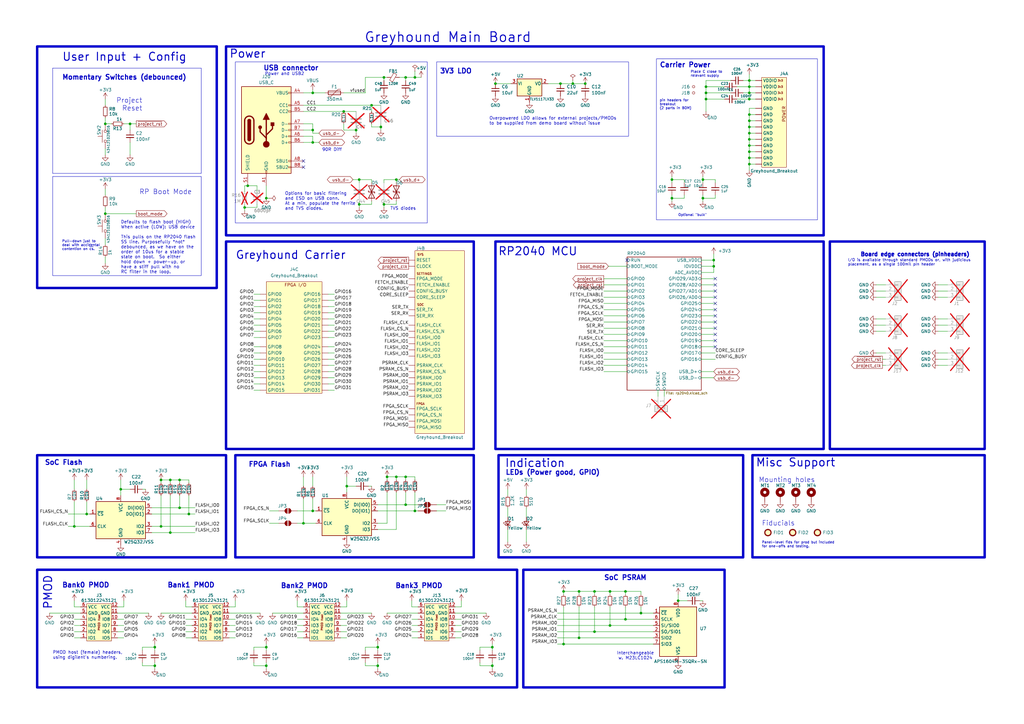
<source format=kicad_sch>
(kicad_sch (version 20250114) (generator "eeschema") (generator_version "9.0")
  (paper "A3")
  (title_block (title "Greyhound Main Board") (date "2025-02-11") (rev "1.0.0") (company "Psychogenic Technologies") (comment 1 "(C) 2025 Pat Deegan") (comment 2 "(C) 2026 Leo Moser"))
  (rectangle (start 96.52 186.69) (end 194.31 228.6) (stroke (width 1)))
  (rectangle (start 204.47 186.69) (end 304.8 228.6) (stroke (width 1)))
  (rectangle (start 214.63 233.68) (end 297.18 281.94) (stroke (width 1)))
  (rectangle (start 308.61 186.69) (end 403.86 228.6) (stroke (width 1)))
  (rectangle (start 15.24 19.05) (end 88.9 118.11) (stroke (width 1)))
  (rectangle (start 15.24 233.68) (end 212.09 281.94) (stroke (width 1)))
  (rectangle (start 203.2 99.06) (end 337.82 184.15) (stroke (width 1)))
  (rectangle (start 21.59 27.94) (end 82.55 71.12))
  (rectangle (start 269.24 24.13) (end 335.28 90.17))
  (rectangle (start 92.71 19.05) (end 337.82 96.52) (stroke (width 1)))
  (rectangle (start 96.52 25.4) (end 175.26 91.44))
  (rectangle (start 15.24 186.69) (end 92.71 228.6) (stroke (width 1)))
  (rectangle (start 340.36 99.06) (end 403.86 184.15) (stroke (width 1)))
  (rectangle (start 179.07 25.4) (end 257.81 55.88))
  (rectangle (start 92.71 99.06) (end 194.31 184.15) (stroke (width 1)))
  (rectangle (start 21.59 72.39) (end 82.55 113.03))
  (text "LEDs (Power good, GPIO)" (at 207.264 195.072 0) (effects (font (size 2 2) (thickness 0.4) (bold yes)) (justify left bottom)))
  (text "Panel-level fids for prod but included\nfor one-offs and testing." (at 312.42 224.79 0) (effects (font (size 1 1)) (justify left bottom)))
  (text "Options for basic filtering \nand ESD on USB conn.\nAt a min, populate the ferrite \nand TVS diodes." (at 116.84 86.36 0) (effects (font (size 1.27 1.27)) (justify left bottom)))
  (text "User Input + Config" (at 25.4 25.4 0) (effects (font (size 3.3 3.3) (thickness 0.4) (bold yes)) (justify left bottom)))
  (text "Bank1 PMOD" (at 68.58 241.3 0) (effects (font (size 2 2) (thickness 0.4) (bold yes)) (justify left bottom)))
  (text "Overpowered LDO allows for external projects/PMODs \nto be supplied from demo board without issue" (at 200.66 51.435 0) (effects (font (size 1.27 1.27)) (justify left bottom)))
  (text "FPGA Flash" (at 101.854 191.77 0) (effects (font (size 2 2) (thickness 0.4) (bold yes)) (justify left bottom)))
  (text "Project\nReset" (at 58.42 45.72 0) (effects (font (size 2 2)) (justify right bottom)))
  (text "USB connector" (at 107.95 29.21 0) (effects (font (size 2 2) (thickness 0.4) (bold yes)) (justify left bottom)))
  (text "Bank0 PMOD" (at 25.4 241.3 0) (effects (font (size 2 2) (thickness 0.4) (bold yes)) (justify left bottom)))
  (text "PMOD" (at 21.59 250.19 90) (effects (font (size 3.3 3.3) (thickness 0.4) (bold yes)) (justify left bottom)))
  (text "Misc Support" (at 309.88 191.77 0) (effects (font (size 3.3 3.3) (thickness 0.4) (bold yes)) (justify left bottom)))
  (text "Momentary Switches (debounced)" (at 25.4 33.02 0) (effects (font (size 2 2) (thickness 0.4) (bold yes)) (justify left bottom)))
  (text "Interchangeable\nw. M23LC1024" (at 260.604 268.986 0) (effects (font (size 1.27 1.27))))
  (text "Board edge connectors (pinheaders)" (at 352.806 105.41 0) (effects (font (size 1.6 1.6) (thickness 0.4) (bold yes)) (justify left bottom)))
  (text "Optional \"bulk\"" (at 278.13 88.9 0) (effects (font (size 1 1)) (justify left bottom)))
  (text "Place C close to \nrelevant supply" (at 283.21 31.75 0) (effects (font (size 1 1)) (justify left bottom)))
  (text "Bank3 PMOD" (at 162.052 241.554 0) (effects (font (size 2 2) (thickness 0.4) (bold yes)) (justify left bottom)))
  (text "Bank2 PMOD" (at 115.062 241.554 0) (effects (font (size 2 2) (thickness 0.4) (bold yes)) (justify left bottom)))
  (text "I/O is available through standard PMODs or, with judicious \nplacement, as a single 100mil pin header\n" (at 347.726 109.22 0) (effects (font (size 1.1 1.1)) (justify left bottom)))
  (text "3V3 LDO" (at 180.34 30.48 0) (effects (font (size 2 2) (thickness 0.4) (bold yes)) (justify left bottom)))
  (text "Pull-down just to \ndeal with accidental\ncontention on ~{cs}." (at 25.4 102.87 0) (effects (font (size 1 1)) (justify left bottom)))
  (text "Mounting holes" (at 311.15 198.12 0) (effects (font (size 2 2)) (justify left bottom)))
  (text "Carrier Power" (at 270.51 27.94 0) (effects (font (size 2 2) (thickness 0.4) (bold yes)) (justify left bottom)))
  (text "Power" (at 93.98 24.13 0) (effects (font (size 3.3 3.3) (thickness 0.4) (bold yes)) (justify left bottom)))
  (text "90R Diff" (at 132.08 62.23 0) (effects (font (size 1.27 1.27)) (justify left bottom)))
  (text "Fiducials" (at 312.42 215.9 0) (effects (font (size 2 2)) (justify left bottom)))
  (text "Defaults to flash boot (HIGH)\nWhen active (LOW): USB device\n\nThis pulls on the RP2040 flash\nSS line. Purposefully *not* \ndebounced, as we have on the\norder of 10us for a stable \nstate on boot.  So either\nhold down + power-up, or \nhave a stiff pull with no\nRC filter in the loop." (at 49.53 112.395 0) (effects (font (size 1.27 1.27)) (justify left bottom)))
  (text "Greyhound Main Board" (at 149.352 17.78 0) (effects (font (size 4 4) (thickness 0.4) (bold yes)) (justify left bottom)))
  (text "Greyhound Carrier" (at 96.52 106.68 0) (effects (font (size 3.3 3.3) (thickness 0.4) (bold yes)) (justify left bottom)))
  (text "SoC PSRAM" (at 247.65 238.252 0) (effects (font (size 2 2) (thickness 0.4) (bold yes)) (justify left bottom)))
  (text "RP2040 MCU" (at 204.216 105.156 0) (effects (font (size 3.3 3.3) (thickness 0.4) (bold yes)) (justify left bottom)))
  (text "Indication" (at 207.01 192.024 0) (effects (font (size 3.3 3.3) (thickness 0.4) (bold yes)) (justify left bottom)))
  (text "SoC Flash" (at 18.288 191.008 0) (effects (font (size 2 2) (thickness 0.4) (bold yes)) (justify left bottom)))
  (text "pin headers for \nbreakout\n(2 parts in BOM)" (at 270.51 45.085 0) (effects (font (size 1 1)) (justify left bottom)))
  (text "Power and USB2" (at 108.585 31.115 0) (effects (font (size 1.27 1.27)) (justify left bottom)))
  (text "PMOD host (female) headers,\nusing digilent's numbering." (at 21.59 270.51 0) (effects (font (size 1.27 1.27)) (justify left bottom)))
  (text "RP Boot Mode" (at 78.74 80.01 0) (effects (font (size 2 2)) (justify right bottom)))
  (text "TVS diodes" (at 160.02 86.36 0) (effects (font (size 1.27 1.27)) (justify left bottom)))
  (junction (at 157.48 31.75))
  (junction (at 35.56 210.82))
  (junction (at 77.47 210.82))
  (junction (at 231.14 242.57))
  (junction (at 109.22 81.28))
  (junction (at 63.5 273.05))
  (junction (at 170.18 209.55))
  (junction (at 66.04 196.85))
  (junction (at 307.34 35.56))
  (junction (at 292.735 109.22))
  (junction (at 140.97 45.72))
  (junction (at 307.34 52.07))
  (junction (at 73.66 208.28))
  (junction (at 109.22 265.43))
  (junction (at 243.84 259.08))
  (junction (at 237.49 242.57))
  (junction (at 307.34 57.15))
  (junction (at 69.85 196.85))
  (junction (at 307.34 40.64))
  (junction (at 250.19 256.54))
  (junction (at 166.37 31.75))
  (junction (at 147.32 73.66))
  (junction (at 288.29 81.28))
  (junction (at 250.19 242.57))
  (junction (at 275.59 73.66))
  (junction (at 170.18 31.75))
  (junction (at 256.54 254))
  (junction (at 292.735 106.68))
  (junction (at 166.37 195.58))
  (junction (at 262.89 251.46))
  (junction (at 156.21 52.07))
  (junction (at 147.32 83.82))
  (junction (at 237.49 261.62))
  (junction (at 307.34 49.53))
  (junction (at 307.34 54.61))
  (junction (at 289.56 38.1))
  (junction (at 243.84 242.57))
  (junction (at 234.95 34.29))
  (junction (at 128.27 58.42))
  (junction (at 152.4 43.18))
  (junction (at 157.48 83.82))
  (junction (at 307.34 33.02))
  (junction (at 101.6 76.2))
  (junction (at 69.85 218.44))
  (junction (at 240.03 34.29))
  (junction (at 307.34 67.31))
  (junction (at 229.87 34.29))
  (junction (at 124.46 214.63))
  (junction (at 203.2 34.29))
  (junction (at 128.27 209.55))
  (junction (at 231.14 264.16))
  (junction (at 128.27 38.1))
  (junction (at 142.24 199.39))
  (junction (at 289.56 40.64))
  (junction (at 73.66 196.85))
  (junction (at 43.18 50.8))
  (junction (at 201.93 273.05))
  (junction (at 100.33 85.09))
  (junction (at 158.75 195.58))
  (junction (at 307.34 46.99))
  (junction (at 307.34 38.1))
  (junction (at 166.37 207.01))
  (junction (at 275.59 81.28))
  (junction (at 278.13 246.38))
  (junction (at 43.18 87.63))
  (junction (at 49.53 200.66))
  (junction (at 154.94 265.43))
  (junction (at 30.48 215.9))
  (junction (at 289.56 35.56))
  (junction (at 154.94 273.05))
  (junction (at 63.5 265.43))
  (junction (at 66.04 215.9))
  (junction (at 307.34 64.77))
  (junction (at 307.34 59.69))
  (junction (at 307.34 62.23))
  (junction (at 288.29 73.66))
  (junction (at 128.27 53.34))
  (junction (at 146.05 53.34))
  (junction (at 109.22 273.05))
  (junction (at 256.54 242.57))
  (junction (at 201.93 265.43))
  (junction (at 53.34 50.8))
  (junction (at 162.56 73.66))
  (junction (at 162.56 195.58))
  (no_connect (at 293.37 139.7))
  (no_connect (at 293.37 132.08))
  (no_connect (at 293.37 137.16))
  (no_connect (at 293.37 134.62))
  (no_connect (at 293.37 119.38))
  (no_connect (at 293.37 114.3))
  (no_connect (at 293.37 121.92))
  (no_connect (at 293.37 129.54))
  (no_connect (at 293.37 116.84))
  (no_connect (at 293.37 127))
  (no_connect (at 124.46 66.04))
  (no_connect (at 257.175 106.68))
  (no_connect (at 293.37 124.46))
  (no_connect (at 293.37 142.24))
  (no_connect (at 124.46 68.58))
  (wire (pts (xy 149.86 273.05) (xy 154.94 273.05)))
  (wire (pts (xy 134.62 120.65) (xy 137.16 120.65)))
  (wire (pts (xy 63.5 264.16) (xy 63.5 265.43)))
  (wire (pts (xy 140.97 45.72) (xy 146.05 45.72)))
  (wire (pts (xy 152.4 73.66) (xy 152.4 74.93)))
  (wire (pts (xy 77.47 198.12) (xy 77.47 196.85)))
  (wire (pts (xy 49.53 200.66) (xy 53.34 200.66)))
  (wire (pts (xy 48.26 254) (xy 50.8 254)))
  (wire (pts (xy 289.56 38.1) (xy 299.72 38.1)))
  (wire (pts (xy 58.42 265.43) (xy 63.5 265.43)))
  (wire (pts (xy 278.13 246.38) (xy 281.94 246.38)))
  (wire (pts (xy 275.59 73.66) (xy 280.67 73.66)))
  (wire (pts (xy 224.79 34.29) (xy 229.87 34.29)))
  (wire (pts (xy 247.65 119.38) (xy 257.175 119.38)))
  (wire (pts (xy 359.41 133.35) (xy 363.22 133.35)))
  (wire (pts (xy 168.91 256.54) (xy 171.45 256.54)))
  (wire (pts (xy 307.34 54.61) (xy 307.34 57.15)))
  (wire (pts (xy 134.62 147.32) (xy 137.16 147.32)))
  (wire (pts (xy 100.33 85.09) (xy 100.33 86.36)))
  (wire (pts (xy 30.48 215.9) (xy 36.83 215.9)))
  (wire (pts (xy 307.34 38.1) (xy 309.88 38.1)))
  (wire (pts (xy 128.27 36.83) (xy 128.27 38.1)))
  (wire (pts (xy 307.34 44.45) (xy 307.34 46.99)))
  (wire (pts (xy 228.6 254) (xy 256.54 254)))
  (wire (pts (xy 104.14 135.89) (xy 106.68 135.89)))
  (wire (pts (xy 147.32 83.82) (xy 147.32 85.09)))
  (wire (pts (xy 215.9 222.25) (xy 215.9 217.17)))
  (wire (pts (xy 147.32 73.66) (xy 147.32 74.93)))
  (wire (pts (xy 168.91 254) (xy 171.45 254)))
  (wire (pts (xy 179.07 209.55) (xy 182.88 209.55)))
  (wire (pts (xy 307.34 35.56) (xy 307.34 38.1)))
  (wire (pts (xy 289.56 40.64) (xy 289.56 45.72)))
  (wire (pts (xy 121.92 254) (xy 124.46 254)))
  (wire (pts (xy 124.46 50.8) (xy 128.27 50.8)))
  (wire (pts (xy 139.7 261.62) (xy 142.24 261.62)))
  (wire (pts (xy 231.14 264.16) (xy 267.97 264.16)))
  (wire (pts (xy 30.48 256.54) (xy 33.02 256.54)))
  (wire (pts (xy 154.94 271.78) (xy 154.94 273.05)))
  (wire (pts (xy 111.76 251.46) (xy 124.46 251.46)))
  (wire (pts (xy 256.54 242.57) (xy 262.89 242.57)))
  (wire (pts (xy 228.6 264.16) (xy 231.14 264.16)))
  (wire (pts (xy 307.34 64.77) (xy 309.88 64.77)))
  (wire (pts (xy 121.92 246.38) (xy 121.92 248.92)))
  (wire (pts (xy 256.54 254) (xy 267.97 254)))
  (wire (pts (xy 149.86 271.78) (xy 149.86 273.05)))
  (wire (pts (xy 128.27 38.1) (xy 133.35 38.1)))
  (wire (pts (xy 63.5 265.43) (xy 63.5 266.7)))
  (wire (pts (xy 384.81 133.35) (xy 388.62 133.35)))
  (wire (pts (xy 93.98 251.46) (xy 106.68 251.46)))
  (wire (pts (xy 250.19 242.57) (xy 256.54 242.57)))
  (wire (pts (xy 147.32 82.55) (xy 147.32 83.82)))
  (wire (pts (xy 168.91 261.62) (xy 171.45 261.62)))
  (wire (pts (xy 50.8 246.38) (xy 50.8 248.92)))
  (wire (pts (xy 128.27 204.47) (xy 128.27 209.55)))
  (wire (pts (xy 201.93 271.78) (xy 201.93 273.05)))
  (wire (pts (xy 66.04 251.46) (xy 78.74 251.46)))
  (wire (pts (xy 124.46 38.1) (xy 128.27 38.1)))
  (wire (pts (xy 30.48 248.92) (xy 33.02 248.92)))
  (wire (pts (xy 142.24 246.38) (xy 142.24 248.92)))
  (wire (pts (xy 166.37 196.85) (xy 166.37 195.58)))
  (wire (pts (xy 307.34 54.61) (xy 309.88 54.61)))
  (wire (pts (xy 287.655 132.08) (xy 293.37 132.08)))
  (wire (pts (xy 186.69 256.54) (xy 189.23 256.54)))
  (wire (pts (xy 307.34 52.07) (xy 309.88 52.07)))
  (wire (pts (xy 287.655 142.24) (xy 293.37 142.24)))
  (wire (pts (xy 158.75 251.46) (xy 171.45 251.46)))
  (wire (pts (xy 359.41 121.92) (xy 363.22 121.92)))
  (wire (pts (xy 152.4 43.18) (xy 156.21 43.18)))
  (wire (pts (xy 121.92 209.55) (xy 128.27 209.55)))
  (wire (pts (xy 49.53 200.66) (xy 49.53 203.2)))
  (wire (pts (xy 307.34 67.31) (xy 309.88 67.31)))
  (wire (pts (xy 43.18 50.8) (xy 45.72 50.8)))
  (wire (pts (xy 250.19 256.54) (xy 267.97 256.54)))
  (wire (pts (xy 121.92 248.92) (xy 124.46 248.92)))
  (wire (pts (xy 124.46 195.58) (xy 124.46 199.39)))
  (wire (pts (xy 158.75 214.63) (xy 158.75 201.93)))
  (wire (pts (xy 196.85 265.43) (xy 201.93 265.43)))
  (wire (pts (xy 234.95 33.02) (xy 234.95 34.29)))
  (wire (pts (xy 250.19 242.57) (xy 250.19 243.84)))
  (wire (pts (xy 280.67 81.28) (xy 275.59 81.28)))
  (wire (pts (xy 201.93 273.05) (xy 201.93 274.32)))
  (wire (pts (xy 48.26 251.46) (xy 60.96 251.46)))
  (wire (pts (xy 292.735 106.68) (xy 292.735 109.22)))
  (wire (pts (xy 128.27 58.42) (xy 128.27 55.88)))
  (wire (pts (xy 142.24 195.58) (xy 142.24 199.39)))
  (wire (pts (xy 307.34 35.56) (xy 309.88 35.56)))
  (wire (pts (xy 384.81 121.92) (xy 388.62 121.92)))
  (wire (pts (xy 104.14 154.94) (xy 106.68 154.94)))
  (wire (pts (xy 288.29 81.28) (xy 293.37 81.28)))
  (wire (pts (xy 307.34 46.99) (xy 309.88 46.99)))
  (wire (pts (xy 384.81 135.89) (xy 388.62 135.89)))
  (wire (pts (xy 53.34 50.8) (xy 55.88 50.8)))
  (wire (pts (xy 140.97 53.34) (xy 146.05 53.34)))
  (wire (pts (xy 134.62 157.48) (xy 137.16 157.48)))
  (wire (pts (xy 66.04 215.9) (xy 80.01 215.9)))
  (wire (pts (xy 147.32 83.82) (xy 152.4 83.82)))
  (wire (pts (xy 50.8 50.8) (xy 53.34 50.8)))
  (wire (pts (xy 157.48 83.82) (xy 162.56 83.82)))
  (wire (pts (xy 157.48 82.55) (xy 157.48 83.82)))
  (wire (pts (xy 58.42 200.66) (xy 59.69 200.66)))
  (wire (pts (xy 35.56 205.74) (xy 35.56 210.82)))
  (wire (pts (xy 307.34 33.02) (xy 307.34 35.56)))
  (wire (pts (xy 49.53 196.85) (xy 49.53 200.66)))
  (wire (pts (xy 30.48 254) (xy 33.02 254)))
  (wire (pts (xy 105.41 83.82) (xy 105.41 85.09)))
  (wire (pts (xy 287.655 129.54) (xy 293.37 129.54)))
  (wire (pts (xy 179.07 207.01) (xy 182.88 207.01)))
  (wire (pts (xy 162.56 73.66) (xy 163.83 73.66)))
  (wire (pts (xy 168.91 259.08) (xy 171.45 259.08)))
  (wire (pts (xy 156.21 52.07) (xy 156.21 53.34)))
  (wire (pts (xy 292.735 109.22) (xy 292.735 111.76)))
  (wire (pts (xy 307.34 30.48) (xy 307.34 33.02)))
  (wire (pts (xy 134.62 142.24) (xy 137.16 142.24)))
  (wire (pts (xy 134.62 149.86) (xy 137.16 149.86)))
  (wire (pts (xy 104.14 265.43) (xy 109.22 265.43)))
  (wire (pts (xy 359.41 119.38) (xy 363.22 119.38)))
  (wire (pts (xy 186.69 261.62) (xy 189.23 261.62)))
  (wire (pts (xy 30.48 261.62) (xy 33.02 261.62)))
  (wire (pts (xy 139.7 254) (xy 142.24 254)))
  (wire (pts (xy 110.49 214.63) (xy 114.3 214.63)))
  (wire (pts (xy 307.34 64.77) (xy 307.34 67.31)))
  (wire (pts (xy 359.41 116.84) (xy 363.22 116.84)))
  (wire (pts (xy 63.5 271.78) (xy 63.5 273.05)))
  (wire (pts (xy 287.655 152.4) (xy 292.735 152.4)))
  (wire (pts (xy 359.41 135.89) (xy 363.22 135.89)))
  (wire (pts (xy 307.34 49.53) (xy 309.88 49.53)))
  (wire (pts (xy 134.62 138.43) (xy 137.16 138.43)))
  (wire (pts (xy 58.42 266.7) (xy 58.42 265.43)))
  (wire (pts (xy 53.34 58.42) (xy 53.34 63.5)))
  (wire (pts (xy 287.655 144.78) (xy 293.37 144.78)))
  (wire (pts (xy 201.93 265.43) (xy 201.93 266.7)))
  (wire (pts (xy 307.34 46.99) (xy 307.34 49.53)))
  (wire (pts (xy 104.14 128.27) (xy 106.68 128.27)))
  (wire (pts (xy 66.04 198.12) (xy 66.04 196.85)))
  (wire (pts (xy 73.66 208.28) (xy 80.01 208.28)))
  (wire (pts (xy 243.84 259.08) (xy 267.97 259.08)))
  (wire (pts (xy 287.655 119.38) (xy 293.37 119.38)))
  (wire (pts (xy 104.14 157.48) (xy 106.68 157.48)))
  (wire (pts (xy 142.24 199.39) (xy 142.24 201.93)))
  (wire (pts (xy 247.65 121.92) (xy 257.175 121.92)))
  (wire (pts (xy 76.2 246.38) (xy 76.2 248.92)))
  (wire (pts (xy 142.24 199.39) (xy 146.05 199.39)))
  (wire (pts (xy 43.18 48.26) (xy 43.18 50.8)))
  (wire (pts (xy 121.92 214.63) (xy 124.46 214.63)))
  (wire (pts (xy 162.56 196.85) (xy 162.56 195.58)))
  (wire (pts (xy 109.22 273.05) (xy 109.22 274.32)))
  (wire (pts (xy 384.81 147.32) (xy 388.62 147.32)))
  (wire (pts (xy 288.29 72.39) (xy 288.29 73.66)))
  (wire (pts (xy 170.18 196.85) (xy 170.18 195.58)))
  (wire (pts (xy 96.52 248.92) (xy 93.98 248.92)))
  (wire (pts (xy 289.56 40.64) (xy 297.18 40.64)))
  (wire (pts (xy 121.92 261.62) (xy 124.46 261.62)))
  (wire (pts (xy 69.85 203.2) (xy 69.85 218.44)))
  (wire (pts (xy 307.34 57.15) (xy 309.88 57.15)))
  (wire (pts (xy 288.29 80.01) (xy 288.29 81.28)))
  (wire (pts (xy 307.34 40.64) (xy 309.88 40.64)))
  (wire (pts (xy 50.8 248.92) (xy 48.26 248.92)))
  (wire (pts (xy 196.85 266.7) (xy 196.85 265.43)))
  (wire (pts (xy 168.91 248.92) (xy 171.45 248.92)))
  (wire (pts (xy 152.4 82.55) (xy 152.4 83.82)))
  (wire (pts (xy 104.14 160.02) (xy 106.68 160.02)))
  (wire (pts (xy 384.81 144.78) (xy 388.62 144.78)))
  (wire (pts (xy 247.65 116.84) (xy 257.175 116.84)))
  (wire (pts (xy 134.62 123.19) (xy 137.16 123.19)))
  (wire (pts (xy 43.18 87.63) (xy 55.88 87.63)))
  (wire (pts (xy 62.23 218.44) (xy 69.85 218.44)))
  (wire (pts (xy 247.65 124.46) (xy 257.175 124.46)))
  (wire (pts (xy 307.34 67.31) (xy 307.34 69.85)))
  (wire (pts (xy 62.23 210.82) (xy 77.47 210.82)))
  (wire (pts (xy 275.59 72.39) (xy 275.59 73.66)))
  (wire (pts (xy 162.56 195.58) (xy 166.37 195.58)))
  (wire (pts (xy 30.48 246.38) (xy 30.48 248.92)))
  (wire (pts (xy 149.86 31.75) (xy 149.86 38.1)))
  (wire (pts (xy 144.78 73.66) (xy 147.32 73.66)))
  (wire (pts (xy 134.62 160.02) (xy 137.16 160.02)))
  (wire (pts (xy 109.22 264.16) (xy 109.22 265.43)))
  (wire (pts (xy 289.56 35.56) (xy 297.18 35.56)))
  (wire (pts (xy 307.34 38.1) (xy 307.34 40.64)))
  (wire (pts (xy 292.735 111.76) (xy 287.655 111.76)))
  (wire (pts (xy 304.8 38.1) (xy 307.34 38.1)))
  (wire (pts (xy 243.84 248.92) (xy 243.84 259.08)))
  (wire (pts (xy 93.98 259.08) (xy 96.52 259.08)))
  (wire (pts (xy 243.84 243.84) (xy 243.84 242.57)))
  (wire (pts (xy 231.14 248.92) (xy 231.14 264.16)))
  (wire (pts (xy 275.59 81.28) (xy 275.59 82.55)))
  (wire (pts (xy 104.14 133.35) (xy 106.68 133.35)))
  (wire (pts (xy 162.56 73.66) (xy 162.56 74.93)))
  (wire (pts (xy 287.655 114.3) (xy 293.37 114.3)))
  (wire (pts (xy 154.94 207.01) (xy 166.37 207.01)))
  (wire (pts (xy 189.23 246.38) (xy 189.23 248.92)))
  (wire (pts (xy 76.2 256.54) (xy 78.74 256.54)))
  (wire (pts (xy 186.69 251.46) (xy 199.39 251.46)))
  (wire (pts (xy 146.05 53.34) (xy 146.05 54.61)))
  (wire (pts (xy 287.655 137.16) (xy 293.37 137.16)))
  (wire (pts (xy 229.87 34.29) (xy 234.95 34.29)))
  (wire (pts (xy 43.18 97.79) (xy 43.18 100.33)))
  (wire (pts (xy 104.14 123.19) (xy 106.68 123.19)))
  (wire (pts (xy 128.27 54.61) (xy 128.27 53.34)))
  (wire (pts (xy 231.14 242.57) (xy 237.49 242.57)))
  (wire (pts (xy 154.94 214.63) (xy 158.75 214.63)))
  (wire (pts (xy 287.655 154.94) (xy 292.735 154.94)))
  (wire (pts (xy 124.46 53.34) (xy 128.27 53.34)))
  (wire (pts (xy 76.2 248.92) (xy 78.74 248.92)))
  (wire (pts (xy 302.26 40.64) (xy 307.34 40.64)))
  (wire (pts (xy 124.46 204.47) (xy 124.46 214.63)))
  (wire (pts (xy 237.49 248.92) (xy 237.49 261.62)))
  (wire (pts (xy 289.56 35.56) (xy 289.56 38.1)))
  (wire (pts (xy 287.655 121.92) (xy 293.37 121.92)))
  (wire (pts (xy 287.655 147.32) (xy 293.37 147.32)))
  (wire (pts (xy 247.65 137.16) (xy 257.175 137.16)))
  (wire (pts (xy 307.34 44.45) (xy 309.88 44.45)))
  (wire (pts (xy 154.94 265.43) (xy 154.94 266.7)))
  (wire (pts (xy 104.14 273.05) (xy 109.22 273.05)))
  (wire (pts (xy 292.735 104.14) (xy 292.735 106.68)))
  (wire (pts (xy 30.48 259.08) (xy 33.02 259.08)))
  (wire (pts (xy 170.18 209.55) (xy 171.45 209.55)))
  (wire (pts (xy 228.6 261.62) (xy 237.49 261.62)))
  (wire (pts (xy 76.2 261.62) (xy 78.74 261.62)))
  (wire (pts (xy 158.75 196.85) (xy 158.75 195.58)))
  (wire (pts (xy 73.66 203.2) (xy 73.66 208.28)))
  (wire (pts (xy 27.94 210.82) (xy 35.56 210.82)))
  (wire (pts (xy 247.65 144.78) (xy 257.175 144.78)))
  (wire (pts (xy 35.56 196.85) (xy 35.56 200.66)))
  (wire (pts (xy 100.33 76.2) (xy 100.33 78.74)))
  (wire (pts (xy 101.6 76.2) (xy 105.41 76.2)))
  (wire (pts (xy 66.04 215.9) (xy 66.04 203.2)))
  (wire (pts (xy 48.26 256.54) (xy 50.8 256.54)))
  (wire (pts (xy 196.85 271.78) (xy 196.85 273.05)))
  (wire (pts (xy 128.27 54.61) (xy 130.81 54.61)))
  (wire (pts (xy 66.04 196.85) (xy 69.85 196.85)))
  (wire (pts (xy 104.14 149.86) (xy 106.68 149.86)))
  (wire (pts (xy 77.47 210.82) (xy 80.01 210.82)))
  (wire (pts (xy 149.86 31.75) (xy 157.48 31.75)))
  (wire (pts (xy 228.6 259.08) (xy 243.84 259.08)))
  (wire (pts (xy 243.84 242.57) (xy 250.19 242.57)))
  (wire (pts (xy 163.83 31.75) (xy 166.37 31.75)))
  (wire (pts (xy 157.48 73.66) (xy 157.48 74.93)))
  (wire (pts (xy 20.32 251.46) (xy 33.02 251.46)))
  (wire (pts (xy 384.81 130.81) (xy 388.62 130.81)))
  (wire (pts (xy 280.67 80.01) (xy 280.67 81.28)))
  (wire (pts (xy 256.54 242.57) (xy 256.54 243.84)))
  (wire (pts (xy 272.415 160.02) (xy 272.415 162.56)))
  (wire (pts (xy 288.29 81.28) (xy 288.29 82.55)))
  (wire (pts (xy 104.14 144.78) (xy 106.68 144.78)))
  (wire (pts (xy 157.48 31.75) (xy 157.48 33.02)))
  (wire (pts (xy 280.67 73.66) (xy 280.67 74.93)))
  (wire (pts (xy 307.34 59.69) (xy 309.88 59.69)))
  (wire (pts (xy 166.37 207.01) (xy 171.45 207.01)))
  (wire (pts (xy 134.62 144.78) (xy 137.16 144.78)))
  (wire (pts (xy 166.37 31.75) (xy 166.37 33.02)))
  (wire (pts (xy 237.49 261.62) (xy 267.97 261.62)))
  (wire (pts (xy 134.62 154.94) (xy 137.16 154.94)))
  (wire (pts (xy 149.86 266.7) (xy 149.86 265.43)))
  (wire (pts (xy 121.92 259.08) (xy 124.46 259.08)))
  (wire (pts (xy 186.69 254) (xy 189.23 254)))
  (wire (pts (xy 93.98 261.62) (xy 96.52 261.62)))
  (wire (pts (xy 109.22 81.28) (xy 110.49 81.28)))
  (wire (pts (xy 231.14 242.57) (xy 231.14 243.84)))
  (wire (pts (xy 208.28 200.66) (xy 208.28 203.2)))
  (wire (pts (xy 157.48 83.82) (xy 157.48 85.09)))
  (wire (pts (xy 287.655 134.62) (xy 293.37 134.62)))
  (wire (pts (xy 170.18 29.21) (xy 170.18 31.75)))
  (wire (pts (xy 43.18 60.96) (xy 43.18 63.5)))
  (wire (pts (xy 139.7 259.08) (xy 142.24 259.08)))
  (wire (pts (xy 302.26 35.56) (xy 307.34 35.56)))
  (wire (pts (xy 73.66 196.85) (xy 77.47 196.85)))
  (wire (pts (xy 237.49 242.57) (xy 243.84 242.57)))
  (wire (pts (xy 168.91 246.38) (xy 168.91 248.92)))
  (wire (pts (xy 289.56 35.56) (xy 289.56 33.02)))
  (wire (pts (xy 250.19 248.92) (xy 250.19 256.54)))
  (wire (pts (xy 154.94 273.05) (xy 154.94 274.32)))
  (wire (pts (xy 247.65 142.24) (xy 257.175 142.24)))
  (wire (pts (xy 256.54 248.92) (xy 256.54 254)))
  (wire (pts (xy 69.85 196.85) (xy 73.66 196.85)))
  (wire (pts (xy 158.75 195.58) (xy 162.56 195.58)))
  (wire (pts (xy 170.18 201.93) (xy 170.18 209.55)))
  (wire (pts (xy 278.13 243.84) (xy 278.13 246.38)))
  (wire (pts (xy 104.14 120.65) (xy 106.68 120.65)))
  (wire (pts (xy 247.65 139.7) (xy 257.175 139.7)))
  (wire (pts (xy 139.7 256.54) (xy 142.24 256.54)))
  (wire (pts (xy 69.85 218.44) (xy 80.01 218.44)))
  (wire (pts (xy 73.66 198.12) (xy 73.66 196.85)))
  (wire (pts (xy 105.41 76.2) (xy 105.41 78.74)))
  (wire (pts (xy 262.89 251.46) (xy 267.97 251.46)))
  (wire (pts (xy 287.655 116.84) (xy 293.37 116.84)))
  (wire (pts (xy 139.7 251.46) (xy 152.4 251.46)))
  (wire (pts (xy 247.65 149.86) (xy 257.175 149.86)))
  (wire (pts (xy 247.65 114.3) (xy 257.175 114.3)))
  (wire (pts (xy 128.27 195.58) (xy 128.27 199.39)))
  (wire (pts (xy 63.5 273.05) (xy 63.5 274.32)))
  (wire (pts (xy 76.2 259.08) (xy 78.74 259.08)))
  (wire (pts (xy 234.95 34.29) (xy 240.03 34.29)))
  (wire (pts (xy 293.37 80.01) (xy 293.37 81.28)))
  (wire (pts (xy 134.62 135.89) (xy 137.16 135.89)))
  (wire (pts (xy 289.56 33.02) (xy 299.72 33.02)))
  (wire (pts (xy 43.18 105.41) (xy 43.18 107.95)))
  (wire (pts (xy 208.28 208.28) (xy 208.28 212.09)))
  (wire (pts (xy 288.29 73.66) (xy 288.29 74.93)))
  (wire (pts (xy 166.37 31.75) (xy 170.18 31.75)))
  (wire (pts (xy 269.875 160.02) (xy 269.875 162.56)))
  (wire (pts (xy 289.56 38.1) (xy 289.56 40.64)))
  (wire (pts (xy 124.46 45.72) (xy 140.97 45.72)))
  (wire (pts (xy 166.37 201.93) (xy 166.37 207.01)))
  (wire (pts (xy 109.22 76.2) (xy 109.22 81.28)))
  (wire (pts (xy 247.65 132.08) (xy 257.175 132.08)))
  (wire (pts (xy 307.34 52.07) (xy 307.34 54.61)))
  (wire (pts (xy 287.02 246.38) (xy 288.29 246.38)))
  (wire (pts (xy 152.4 50.8) (xy 152.4 52.07)))
  (wire (pts (xy 43.18 85.09) (xy 43.18 87.63)))
  (wire (pts (xy 170.18 31.75) (xy 172.72 31.75)))
  (wire (pts (xy 189.23 248.92) (xy 186.69 248.92)))
  (wire (pts (xy 128.27 50.8) (xy 128.27 53.34)))
  (wire (pts (xy 157.48 73.66) (xy 162.56 73.66)))
  (wire (pts (xy 215.9 200.66) (xy 215.9 203.2)))
  (wire (pts (xy 247.65 147.32) (xy 257.175 147.32)))
  (wire (pts (xy 104.14 130.81) (xy 106.68 130.81)))
  (wire (pts (xy 134.62 128.27) (xy 137.16 128.27)))
  (wire (pts (xy 157.48 31.75) (xy 158.75 31.75)))
  (wire (pts (xy 307.34 33.02) (xy 309.88 33.02)))
  (wire (pts (xy 152.4 52.07) (xy 156.21 52.07)))
  (wire (pts (xy 124.46 55.88) (xy 128.27 55.88)))
  (wire (pts (xy 30.48 196.85) (xy 30.48 200.66)))
  (wire (pts (xy 58.42 273.05) (xy 63.5 273.05)))
  (wire (pts (xy 93.98 254) (xy 96.52 254)))
  (wire (pts (xy 35.56 210.82) (xy 36.83 210.82)))
  (wire (pts (xy 149.86 265.43) (xy 154.94 265.43)))
  (wire (pts (xy 58.42 271.78) (xy 58.42 273.05)))
  (wire (pts (xy 124.46 58.42) (xy 128.27 58.42)))
  (wire (pts (xy 262.89 248.92) (xy 262.89 251.46)))
  (wire (pts (xy 154.94 264.16) (xy 154.94 265.43)))
  (wire (pts (xy 361.95 149.86) (xy 363.22 149.86)))
  (wire (pts (xy 109.22 271.78) (xy 109.22 273.05)))
  (wire (pts (xy 100.33 76.2) (xy 101.6 76.2)))
  (wire (pts (xy 104.14 266.7) (xy 104.14 265.43)))
  (wire (pts (xy 208.28 222.25) (xy 208.28 217.17)))
  (wire (pts (xy 96.52 246.38) (xy 96.52 248.92)))
  (wire (pts (xy 249.555 109.22) (xy 257.175 109.22)))
  (wire (pts (xy 288.29 73.66) (xy 293.37 73.66)))
  (wire (pts (xy 162.56 82.55) (xy 162.56 83.82)))
  (wire (pts (xy 147.32 73.66) (xy 152.4 73.66)))
  (wire (pts (xy 105.41 85.09) (xy 100.33 85.09)))
  (wire (pts (xy 149.86 38.1) (xy 140.97 38.1)))
  (wire (pts (xy 359.41 130.81) (xy 363.22 130.81)))
  (wire (pts (xy 307.34 59.69) (xy 307.34 62.23)))
  (wire (pts (xy 262.89 242.57) (xy 262.89 243.84)))
  (wire (pts (xy 384.81 116.84) (xy 388.62 116.84)))
  (wire (pts (xy 152.4 43.18) (xy 152.4 45.72)))
  (wire (pts (xy 287.655 106.68) (xy 292.735 106.68)))
  (wire (pts (xy 48.26 259.08) (xy 50.8 259.08)))
  (wire (pts (xy 361.95 147.32) (xy 363.22 147.32)))
  (wire (pts (xy 151.13 199.39) (xy 152.4 199.39)))
  (wire (pts (xy 287.655 139.7) (xy 293.37 139.7)))
  (wire (pts (xy 162.56 201.93) (xy 162.56 217.17)))
  (wire (pts (xy 128.27 209.55) (xy 129.54 209.55)))
  (wire (pts (xy 293.37 73.66) (xy 293.37 74.93)))
  (wire (pts (xy 69.85 198.12) (xy 69.85 196.85)))
  (wire (pts (xy 247.65 129.54) (xy 257.175 129.54)))
  (wire (pts (xy 203.2 34.29) (xy 209.55 34.29)))
  (wire (pts (xy 76.2 254) (xy 78.74 254)))
  (wire (pts (xy 247.65 152.4) (xy 257.175 152.4)))
  (wire (pts (xy 124.46 214.63) (xy 129.54 214.63)))
  (wire (pts (xy 275.59 80.01) (xy 275.59 81.28)))
  (wire (pts (xy 62.23 215.9) (xy 66.04 215.9)))
  (wire (pts (xy 134.62 133.35) (xy 137.16 133.35)))
  (wire (pts (xy 215.9 208.28) (xy 215.9 212.09)))
  (wire (pts (xy 134.62 130.81) (xy 137.16 130.81)))
  (wire (pts (xy 307.34 62.23) (xy 307.34 64.77)))
  (wire (pts (xy 307.34 57.15) (xy 307.34 59.69)))
  (wire (pts (xy 304.8 33.02) (xy 307.34 33.02)))
  (wire (pts (xy 154.94 209.55) (xy 170.18 209.55)))
  (wire (pts (xy 100.33 83.82) (xy 100.33 85.09)))
  (wire (pts (xy 186.69 259.08) (xy 189.23 259.08)))
  (wire (pts (xy 287.655 109.22) (xy 292.735 109.22)))
  (wire (pts (xy 275.59 73.66) (xy 275.59 74.93)))
  (wire (pts (xy 287.655 127) (xy 293.37 127)))
  (wire (pts (xy 43.18 77.47) (xy 43.18 80.01)))
  (wire (pts (xy 134.62 125.73) (xy 137.16 125.73)))
  (wire (pts (xy 384.81 119.38) (xy 388.62 119.38)))
  (wire (pts (xy 27.94 215.9) (xy 30.48 215.9)))
  (wire (pts (xy 53.34 50.8) (xy 53.34 53.34)))
  (wire (pts (xy 140.97 50.8) (xy 140.97 53.34)))
  (wire (pts (xy 104.14 152.4) (xy 106.68 152.4)))
  (wire (pts (xy 62.23 208.28) (xy 73.66 208.28)))
  (wire (pts (xy 104.14 271.78) (xy 104.14 273.05)))
  (wire (pts (xy 237.49 242.57) (xy 237.49 243.84)))
  (wire (pts (xy 134.62 152.4) (xy 137.16 152.4)))
  (wire (pts (xy 156.21 50.8) (xy 156.21 52.07)))
  (wire (pts (xy 307.34 62.23) (xy 309.88 62.23)))
  (wire (pts (xy 201.93 264.16) (xy 201.93 265.43)))
  (wire (pts (xy 247.65 127) (xy 257.175 127)))
  (wire (pts (xy 104.14 125.73) (xy 106.68 125.73)))
  (wire (pts (xy 104.14 142.24) (xy 106.68 142.24)))
  (wire (pts (xy 104.14 147.32) (xy 106.68 147.32)))
  (wire (pts (xy 110.49 209.55) (xy 114.3 209.55)))
  (wire (pts (xy 307.34 49.53) (xy 307.34 52.07)))
  (wire (pts (xy 128.27 58.42) (xy 130.81 58.42)))
  (wire (pts (xy 121.92 256.54) (xy 124.46 256.54)))
  (wire (pts (xy 48.26 261.62) (xy 50.8 261.62)))
  (wire (pts (xy 104.14 138.43) (xy 106.68 138.43)))
  (wire (pts (xy 124.46 43.18) (xy 152.4 43.18)))
  (wire (pts (xy 228.6 251.46) (xy 262.89 251.46)))
  (wire (pts (xy 109.22 265.43) (xy 109.22 266.7)))
  (wire (pts (xy 77.47 203.2) (xy 77.47 210.82)))
  (wire (pts (xy 359.41 144.78) (xy 363.22 144.78)))
  (wire (pts (xy 384.81 149.86) (xy 388.62 149.86)))
  (wire (pts (xy 142.24 248.92) (xy 139.7 248.92)))
  (wire (pts (xy 247.65 134.62) (xy 257.175 134.62)))
  (wire (pts (xy 93.98 256.54) (xy 96.52 256.54)))
  (wire (pts (xy 154.94 217.17) (xy 162.56 217.17)))
  (wire (pts (xy 228.6 256.54) (xy 250.19 256.54)))
  (wire (pts (xy 30.48 205.74) (xy 30.48 215.9)))
  (wire (pts (xy 196.85 273.05) (xy 201.93 273.05)))
  (wire (pts (xy 43.18 40.64) (xy 43.18 43.18)))
  (wire (pts (xy 166.37 195.58) (xy 170.18 195.58)))
  (wire (pts (xy 287.655 124.46) (xy 293.37 124.46)))
  (label "GPIO2" (at 30.48 256.54 180))
  (label "GPIO3" (at 104.14 128.27 180))
  (label "GPIO29" (at 137.16 154.94 0))
  (label "GPIO25" (at 168.91 259.08 180))
  (label "PSRAM_IO2" (at 228.6 261.62 180))
  (label "GPIO6" (at 50.8 256.54 0))
  (label "GPIO24" (at 137.16 142.24 0))
  (label "FLASH_CS_N" (at 167.64 135.89 180))
  (label "GPIO2" (at 104.14 125.73 180))
  (label "GPIO20" (at 137.16 130.81 0))
  (label "FLASH_IO3" (at 167.64 146.05 180))
  (label "GPIO24" (at 168.91 261.62 180))
  (label "GPIO7" (at 104.14 138.43 180))
  (label "GPIO6" (at 104.14 135.89 180))
  (label "FLASH_CS_N" (at 27.94 210.82 180))
  (label "GPIO1" (at 104.14 123.19 180))
  (label "SER_RX" (at 247.65 134.62 180))
  (label "CC2" (at 125.73 45.72 0))
  (label "FETCH_ENABLE" (at 167.64 116.84 180))
  (label "GPIO27" (at 137.16 149.86 0))
  (label "GPIO17" (at 121.92 259.08 180))
  (label "PSRAM_CS_N" (at 228.6 251.46 180))
  (label "GPIO5" (at 104.14 133.35 180))
  (label "GPIO7" (at 50.8 254 0))
  (label "GPIO5" (at 50.8 259.08 0))
  (label "GPIO29" (at 189.23 259.08 0))
  (label "FLASH_IO1" (at 247.65 147.32 180))
  (label "FLASH_IO3" (at 247.65 152.4 180))
  (label "FLASH_IO0" (at 80.01 208.28 0))
  (label "GPIO31" (at 189.23 254 0))
  (label "GPIO26" (at 137.16 147.32 0))
  (label "GPIO19" (at 121.92 254 180))
  (label "FLASH_IO2" (at 80.01 215.9 0))
  (label "GPIO19" (at 137.16 128.27 0))
  (label "CONFIG_BUSY" (at 167.64 119.38 180))
  (label "FLASH_IO1" (at 80.01 210.82 0))
  (label "PSRAM_IO2" (at 167.64 160.02 180))
  (label "GPIO31" (at 137.16 160.02 0))
  (label "PSRAM_IO3" (at 228.6 264.16 180))
  (label "FPGA_MODE" (at 247.65 119.38 180))
  (label "GPIO10" (at 104.14 147.32 180))
  (label "GPIO8" (at 76.2 261.62 180))
  (label "GPIO12" (at 96.52 261.62 0))
  (label "GPIO14" (at 104.14 157.48 180))
  (label "GPIO16" (at 121.92 261.62 180))
  (label "PSRAM_IO1" (at 167.64 157.48 180))
  (label "GPIO20" (at 142.24 261.62 0))
  (label "GPIO18" (at 121.92 256.54 180))
  (label "FPGA_CS_N" (at 167.64 170.18 180))
  (label "GPIO3" (at 30.48 254 180))
  (label "FLASH_IO2" (at 167.64 143.51 180))
  (label "GPIO22" (at 142.24 256.54 0))
  (label "GPIO13" (at 104.14 154.94 180))
  (label "CC1" (at 125.73 43.18 0))
  (label "PSRAM_CLK" (at 228.6 254 180))
  (label "GPIO30" (at 189.23 256.54 0))
  (label "PSRAM_IO0" (at 167.64 154.94 180))
  (label "GPIO28" (at 137.16 152.4 0))
  (label "GPIO23" (at 142.24 254 0))
  (label "CONFIG_BUSY" (at 293.37 147.32 0))
  (label "FPGA_SCLK" (at 167.64 167.64 180))
  (label "FPGA_CS_N" (at 247.65 127 180))
  (label "GPIO15" (at 96.52 254 0))
  (label "FLASH_IO3" (at 80.01 218.44 0))
  (label "PSRAM_CS_N" (at 167.64 152.4 180))
  (label "GPIO0" (at 30.48 261.62 180))
  (label "GPIO22" (at 137.16 135.89 0))
  (label "GPIO4" (at 50.8 261.62 0))
  (label "GPIO10" (at 76.2 256.54 180))
  (label "GPIO16" (at 137.16 120.65 0))
  (label "GPIO25" (at 137.16 144.78 0))
  (label "GPIO8" (at 104.14 142.24 180))
  (label "SER_TX" (at 167.64 127 180))
  (label "SER_RX" (at 167.64 129.54 180))
  (label "FETCH_ENABLE" (at 247.65 121.92 180))
  (label "FPGA_MISO" (at 182.88 209.55 0))
  (label "GPIO30" (at 137.16 157.48 0))
  (label "FLASH_IO0" (at 167.64 138.43 180))
  (label "GPIO26" (at 168.91 256.54 180))
  (label "PSRAM_CLK" (at 167.64 149.86 180))
  (label "GPIO0" (at 104.14 120.65 180))
  (label "FLASH_CLK" (at 247.65 139.7 180))
  (label "FPGA_MOSI" (at 182.88 207.01 0))
  (label "GPIO9" (at 76.2 259.08 180))
  (label "GPIO12" (at 104.14 152.4 180))
  (label "FLASH_IO0" (at 247.65 144.78 180))
  (label "SER_TX" (at 247.65 137.16 180))
  (label "PSRAM_IO1" (at 228.6 259.08 180))
  (label "CORE_SLEEP" (at 167.64 121.92 180))
  (label "FLASH_IO2" (at 247.65 149.86 180))
  (label "FPGA_MOSI" (at 247.65 132.08 180))
  (label "GPIO11" (at 104.14 149.86 180))
  (label "FLASH_CS_N" (at 247.65 142.24 180))
  (label "FPGA_MOSI" (at 167.64 172.72 180))
  (label "FLASH_IO1" (at 167.64 140.97 180))
  (label "FPGA_MISO" (at 247.65 124.46 180))
  (label "PSRAM_IO3" (at 167.64 162.56 180))
  (label "GPIO4" (at 104.14 130.81 180))
  (label "GPIO14" (at 96.52 256.54 0))
  (label "CORE_SLEEP" (at 293.37 144.78 0))
  (label "GPIO15" (at 104.14 160.02 180))
  (label "GPIO1" (at 30.48 259.08 180))
  (label "GPIO11" (at 76.2 254 180))
  (label "GPIO9" (at 104.14 144.78 180))
  (label "FPGA_CS_N" (at 110.49 209.55 180))
  (label "FPGA_SCLK" (at 247.65 129.54 180))
  (label "GPIO13" (at 96.52 259.08 0))
  (label "FLASH_CLK" (at 167.64 133.35 180))
  (label "GPIO27" (at 168.91 254 180))
  (label "FPGA_SCLK" (at 110.49 214.63 180))
  (label "vfused" (at 143.51 38.1 0))
  (label "GPIO23" (at 137.16 138.43 0))
  (label "PSRAM_IO0" (at 228.6 256.54 180))
  (label "GPIO28" (at 189.23 261.62 0))
  (label "FPGA_MISO" (at 167.64 175.26 180))
  (label "FPGA_MODE" (at 167.64 114.3 180))
  (label "GPIO18" (at 137.16 125.73 0))
  (label "GPIO21" (at 142.24 259.08 0))
  (label "GPIO21" (at 137.16 133.35 0))
  (label "GPIO17" (at 137.16 123.19 0))
  (label "FLASH_CLK" (at 27.94 215.9 180))
  (global_label "usb_d+" (shape bidirectional) (at 292.735 152.4 0) (property "Intersheetrefs" "${INTERSHEET_REFS}" (effects (hide yes))))
  (global_label "boot_mode" (shape input) (at 249.555 109.22 180) (property "Intersheetrefs" "${INTERSHEET_REFS}" (effects (hide yes))))
  (global_label "boot_mode" (shape output) (at 55.88 87.63 0) (property "Intersheetrefs" "${INTERSHEET_REFS}" (effects (hide yes))))
  (global_label "~{project_rst}" (shape output) (at 167.64 106.68 180) (property "Intersheetrefs" "${INTERSHEET_REFS}" (effects (hide yes))))
  (global_label "project_clk" (shape output) (at 167.64 109.22 180) (property "Intersheetrefs" "${INTERSHEET_REFS}" (effects (hide yes))))
  (global_label "~{project_rst}" (shape output) (at 361.95 147.32 180) (property "Intersheetrefs" "${INTERSHEET_REFS}" (effects (hide yes))))
  (global_label "project_clk" (shape output) (at 361.95 149.86 180) (property "Intersheetrefs" "${INTERSHEET_REFS}" (effects (hide yes))))
  (global_label "~{project_rst}" (shape output) (at 247.65 116.84 180) (property "Intersheetrefs" "${INTERSHEET_REFS}" (effects (hide yes))))
  (global_label "usb_d-" (shape bidirectional) (at 130.81 54.61 0) (property "Intersheetrefs" "${INTERSHEET_REFS}" (effects (hide yes))))
  (global_label "usb_d+" (shape bidirectional) (at 163.83 73.66 0) (property "Intersheetrefs" "${INTERSHEET_REFS}" (effects (hide yes))))
  (global_label "usb_d-" (shape bidirectional) (at 292.735 154.94 0) (property "Intersheetrefs" "${INTERSHEET_REFS}" (effects (hide yes))))
  (global_label "usb_d+" (shape bidirectional) (at 130.81 58.42 0) (property "Intersheetrefs" "${INTERSHEET_REFS}" (effects (hide yes))))
  (global_label "project_clk" (shape output) (at 247.65 114.3 180) (property "Intersheetrefs" "${INTERSHEET_REFS}" (effects (hide yes))))
  (global_label "~{project_rst}" (shape output) (at 55.88 50.8 0) (property "Intersheetrefs" "${INTERSHEET_REFS}" (effects (hide yes))))
  (global_label "usb_d-" (shape bidirectional) (at 144.78 73.66 180) (property "Intersheetrefs" "${INTERSHEET_REFS}" (effects (hide yes))))
  (symbol (lib_id "power:GND") (at 203.2 39.37 0) (unit 1)
    (property "Reference" "#PWR031" (effects (hide yes)))
    (property "Value" "GND" (at 203.2 43.18 0))
  )
  (symbol (lib_id "power:GND") (at 313.69 205.74 0) (mirror y) (unit 1)
    (property "Reference" "#PWR065" (effects (hide yes)))
    (property "Value" "GND" (at 313.69 209.55 0))
  )
  (symbol (lib_id "power:+3V3") (at 142.24 195.58 0) (unit 1)
    (property "Reference" "#PWR078" (effects (hide yes)))
    (property "Value" "+3V3" (at 142.24 191.77 0))
  )
  (symbol (lib_id "power:GND") (at 147.32 85.09 0) (unit 1)
    (property "Reference" "#PWR0118" (effects (hide yes)))
    (property "Value" "GND" (at 147.32 88.9 0))
  )
  (symbol (lib_id "power:+3V3") (at 292.735 104.14 0) (unit 1)
    (property "Reference" "#PWR054" (effects (hide yes)))
    (property "Value" "+3V3" (at 297.18 102.87 0))
  )
  (symbol (lib_id "power:GND") (at 320.04 205.74 0) (mirror y) (unit 1)
    (property "Reference" "#PWR067" (effects (hide yes)))
    (property "Value" "GND" (at 320.04 209.55 0))
  )
  (symbol (lib_id "power:GND") (at 43.18 63.5 0) (mirror y) (unit 1)
    (property "Reference" "#PWR05" (effects (hide yes)))
    (property "Value" "GND" (at 43.18 67.31 0))
  )
  (symbol (lib_id "Device:C_Small") (at 280.67 77.47 180) (unit 1)
    (property "Reference" "C17" (at 280.67 74.295 0) (effects (font (size 1 1)) (justify right)))
    (property "Value" "1uF" (at 280.67 76.2 0) (effects (font (size 1 1)) (justify right)))
    (property "Footprint" "Capacitor_SMD:C_0603_1608Metric" (effects (hide yes)))
    (property "LCSC" "C5673" (effects (hide yes)))
    (property "MPN" "CL10A105KA8NNNC" (effects (hide yes)))
    (property "MPN_ALT" "C0603C105K4RAC7411" (effects (hide yes)))
    (property "Characteristics" "1u 10V XR 0603" (effects (hide yes)))
  )
  (symbol (lib_id "Device:R_Small") (at 43.18 45.72 0) (mirror y) (unit 1)
    (property "Reference" "R8" (at 44.6786 44.696 0) (effects (justify right)))
    (property "Value" "10k" (at 44.6786 46.744 0) (effects (justify right)))
    (property "Footprint" "Resistor_SMD:R_0402_1005Metric" (effects (hide yes)))
    (property "LCSC" "C471764" (effects (hide yes)))
    (property "MPN" "RC0402FR-0710KL" (effects (hide yes)))
    (property "Characteristics" "10k 0402" (effects (hide yes)))
    (property "MPN_ALT" "WR04X1002FTL" (effects (hide yes)))
  )
  (symbol (lib_id "power:+3V3") (at 63.5 264.16 0) (unit 1)
    (property "Reference" "#PWR023" (effects (hide yes)))
    (property "Value" "+3V3" (at 64.77 260.35 0))
  )
  (symbol (lib_id "TinyTapeout:PMOD_HOST_2x6") (at 179.07 251.46 0) (mirror x) (unit 1)
    (property "Reference" "J13" (at 179.07 244.197 0))
    (property "Value" "613012243121" (at 179.07 246.245 0))
    (property "Footprint" "TinyTapeout:PinSocket_2x06_P2.54mm_PMODHost1A" (effects (hide yes)))
    (property "MPN" "PPTC062LJBN-RC" (effects (hide yes)))
    (property "MPN_ALT" "PPTC062LJBN-RC" (effects (hide yes)))
    (property "Characteristics" "2x6 female pin header 100mil" (effects (hide yes)))
    (property "LCSC" "C6147817" (effects (hide yes)))
  )
  (symbol (lib_id "Device:R_Small") (at 250.19 246.38 0) (mirror y) (unit 1)
    (property "Reference" "R24" (at 248.285 248.285 90) (effects (justify left)))
    (property "Value" "10k" (at 252.095 248.285 90) (effects (justify left)))
    (property "Footprint" "Resistor_SMD:R_0402_1005Metric" (effects (hide yes)))
    (property "MPN" "RC0402FR-0710KL" (effects (hide yes)))
    (property "Characteristics" "10k 0402" (effects (hide yes)))
    (property "MPN_ALT" "WR04X1002FTL" (effects (hide yes)))
    (property "LCSC" "C471764" (effects (hide yes)))
  )
  (symbol (lib_id "Connector_Generic:Conn_01x03") (at 368.3 119.38 0) (unit 1) (dnp yes)
    (property "Reference" "J2" (at 365.76 124.46 0) (effects (justify left)))
    (property "Value" "Conn_01x03" (effects (hide yes)))
    (property "Footprint" "Connector_PinHeader_2.54mm:PinHeader_1x03_P2.54mm_Vertical" (effects (hide yes)))
  )
  (symbol (lib_id "power:+3V3") (at 307.34 30.48 0) (unit 1)
    (property "Reference" "#PWR064" (effects (hide yes)))
    (property "Value" "+3V3" (at 308.61 26.67 0))
  )
  (symbol (lib_id "Device:C_Small") (at 293.37 77.47 180) (unit 1)
    (property "Reference" "C25" (at 295.6941 76.6168 0) (effects (font (size 1 1)) (justify right)))
    (property "Value" "1uF" (at 295.6941 78.3104 0) (effects (font (size 1 1)) (justify right)))
    (property "Footprint" "Capacitor_SMD:C_0603_1608Metric" (effects (hide yes)))
    (property "LCSC" "C5673" (effects (hide yes)))
    (property "MPN" "CL10A105KA8NNNC" (effects (hide yes)))
    (property "MPN_ALT" "C0603C105K4RAC7411" (effects (hide yes)))
    (property "Characteristics" "1u 10V XR 0603" (effects (hide yes)))
  )
  (symbol (lib_id "TinyTapeout:PMOD_HOST_2x6") (at 132.08 251.46 0) (mirror x) (unit 1)
    (property "Reference" "J6" (at 132.08 244.197 0))
    (property "Value" "613012243121" (at 132.08 246.245 0))
    (property "Footprint" "TinyTapeout:PinSocket_2x06_P2.54mm_PMODHost1A" (effects (hide yes)))
    (property "MPN" "PPTC062LJBN-RC" (effects (hide yes)))
    (property "MPN_ALT" "PPTC062LJBN-RC" (effects (hide yes)))
    (property "Characteristics" "2x6 female pin header 100mil" (effects (hide yes)))
    (property "LCSC" "C6147817" (effects (hide yes)))
  )
  (symbol (lib_id "Mechanical:MountingHole_Pad") (at 313.69 203.2 0) (unit 1) (in_bom no)
    (property "Reference" "MT1" (at 311.8732 199.1303 0) (effects (justify left)))
    (property "Value" "MountingHole_Pad" (effects (hide yes)))
    (property "Footprint" "MountingHole:MountingHole_3.2mm_M3_Pad" (effects (hide yes)))
    (property "MPN" "DNP" (effects (hide yes)))
  )
  (symbol (lib_id "Device:C_Small") (at 203.2 36.83 0) (unit 1)
    (property "Reference" "C6" (at 205.74 35.5662 0) (effects (justify left)))
    (property "Value" "10uF" (at 205.74 38.1062 0) (effects (justify left)))
    (property "Footprint" "Capacitor_SMD:C_0805_2012Metric" (effects (hide yes)))
    (property "LCSC" "C408142" (effects (hide yes)))
    (property "MPN" "GRM21BR71C106KE51L" (effects (hide yes)))
    (property "MPN_ALT" "LMK212AB7106MG-T" (effects (hide yes)))
    (property "Characteristics" "10u 10V XR 0805" (effects (hide yes)))
  )
  (symbol (lib_id "power:GND") (at 384.81 147.32 270) (unit 1)
    (property "Reference" "#PWR073" (effects (hide yes)))
    (property "Value" "GND" (at 379.73 147.32 90))
  )
  (symbol (lib_id "Device:R_Small") (at 256.54 246.38 0) (mirror y) (unit 1)
    (property "Reference" "R25" (at 254.635 248.285 90) (effects (justify left)))
    (property "Value" "10k" (at 258.445 248.285 90) (effects (justify left)))
    (property "Footprint" "Resistor_SMD:R_0402_1005Metric" (effects (hide yes)))
    (property "MPN" "RC0402FR-0710KL" (effects (hide yes)))
    (property "Characteristics" "10k 0402" (effects (hide yes)))
    (property "MPN_ALT" "WR04X1002FTL" (effects (hide yes)))
    (property "LCSC" "C471764" (effects (hide yes)))
  )
  (symbol (lib_id "Device:R_Small") (at 77.47 200.66 0) (mirror y) (unit 1)
    (property "Reference" "R22" (at 75.565 202.565 90) (effects (justify left)))
    (property "Value" "10k" (at 77.47 202.438 90) (effects (justify left)))
    (property "Footprint" "Resistor_SMD:R_0402_1005Metric" (effects (hide yes)))
    (property "MPN" "RC0402FR-0710KL" (effects (hide yes)))
    (property "Characteristics" "10k 0402" (effects (hide yes)))
    (property "MPN_ALT" "WR04X1002FTL" (effects (hide yes)))
    (property "LCSC" "C471764" (effects (hide yes)))
  )
  (symbol (lib_id "Device:R_Small") (at 35.56 203.2 0) (mirror y) (unit 1)
    (property "Reference" "R10" (at 33.655 205.105 90) (effects (justify left)))
    (property "Value" "10k" (at 35.56 204.978 90) (effects (justify left)))
    (property "Footprint" "Resistor_SMD:R_0402_1005Metric" (effects (hide yes)))
    (property "MPN" "RC0402FR-0710KL" (effects (hide yes)))
    (property "Characteristics" "10k 0402" (effects (hide yes)))
    (property "MPN_ALT" "WR04X1002FTL" (effects (hide yes)))
    (property "LCSC" "C471764" (effects (hide yes)))
  )
  (symbol (lib_id "Jumper:SolderJumper_2_Open") (at 118.11 209.55 0) (unit 1) (in_bom no)
    (property "Reference" "JP3" (at 115.824 207.518 0))
    (property "Value" "SolderJumper_2_Open" (effects (hide yes)))
    (property "Footprint" "Jumper:SolderJumper-2_P1.3mm_Open_RoundedPad1.0x1.5mm" (effects (hide yes)))
    (property "Description" "Solder Jumper, 2-pole, open" (effects (hide yes)))
  )
  (symbol (lib_id "power:GND") (at 359.41 121.92 270) (unit 1)
    (property "Reference" "#PWR049" (effects (hide yes)))
    (property "Value" "GND" (at 354.33 121.92 90))
  )
  (symbol (lib_id "Device:C_Small") (at 53.34 55.88 0) (unit 1)
    (property "Reference" "C2" (at 55.6641 54.6742 0) (effects (justify left)))
    (property "Value" "100nF" (at 55.6641 57.0984 0) (effects (justify left)))
    (property "Footprint" "Capacitor_SMD:C_0402_1005Metric" (effects (hide yes)))
    (property "LCSC" "C100072" (effects (hide yes)))
    (property "MPN" "CL05A104KA5NNNC" (effects (hide yes)))
    (property "Characteristics" "100n 10% 25V XR 0402" (effects (hide yes)))
    (property "MPN_ALT" "GRM155R71E104KE14J" (effects (hide yes)))
  )
  (symbol (lib_id "Device:C_Small") (at 302.26 38.1 90) (unit 1)
    (property "Reference" "C1" (at 299.72 36.83 90) (effects (font (size 1 1))))
    (property "Value" "100nF" (at 306.07 39.37 90) (effects (font (size 1 1))))
    (property "Footprint" "Capacitor_SMD:C_0402_1005Metric" (effects (hide yes)))
    (property "LCSC" "C100072" (effects (hide yes)))
    (property "MPN" "CL05A104KA5NNNC" (effects (hide yes)))
    (property "Characteristics" "100n 10% 25V XR 0402" (effects (hide yes)))
    (property "MPN_ALT" "GRM155R71E104KE14J" (effects (hide yes)))
  )
  (symbol (lib_id "power:GND") (at 288.29 82.55 0) (unit 1)
    (property "Reference" "#PWR061" (effects (hide yes)))
    (property "Value" "GND" (at 290.83 85.09 0))
  )
  (symbol (lib_id "Device:R_Small") (at 66.04 200.66 0) (mirror y) (unit 1)
    (property "Reference" "R11" (at 64.135 202.565 90) (effects (justify left)))
    (property "Value" "10k" (at 66.04 202.438 90) (effects (justify left)))
    (property "Footprint" "Resistor_SMD:R_0402_1005Metric" (effects (hide yes)))
    (property "MPN" "RC0402FR-0710KL" (effects (hide yes)))
    (property "Characteristics" "10k 0402" (effects (hide yes)))
    (property "MPN_ALT" "WR04X1002FTL" (effects (hide yes)))
    (property "LCSC" "C471764" (effects (hide yes)))
  )
  (symbol (lib_id "power:+3V3") (at 215.9 200.66 0) (mirror y) (unit 1)
    (property "Reference" "#PWR012" (effects (hide yes)))
    (property "Value" "+3V3" (at 215.9 196.85 0))
  )
  (symbol (lib_id "power:+3V3") (at 275.59 72.39 0) (unit 1)
    (property "Reference" "#PWR056" (effects (hide yes)))
    (property "Value" "+3V3" (at 276.86 68.58 0))
  )
  (symbol (lib_id "power:GND") (at 49.53 223.52 0) (mirror y) (unit 1)
    (property "Reference" "#PWR085" (effects (hide yes)))
    (property "Value" "GND" (at 49.53 227.33 0))
  )
  (symbol (lib_id "Device:R_Small") (at 69.85 200.66 0) (mirror y) (unit 1)
    (property "Reference" "R12" (at 67.945 202.565 90) (effects (justify left)))
    (property "Value" "10k" (at 69.85 202.438 90) (effects (justify left)))
    (property "Footprint" "Resistor_SMD:R_0402_1005Metric" (effects (hide yes)))
    (property "MPN" "RC0402FR-0710KL" (effects (hide yes)))
    (property "Characteristics" "10k 0402" (effects (hide yes)))
    (property "MPN_ALT" "WR04X1002FTL" (effects (hide yes)))
    (property "LCSC" "C471764" (effects (hide yes)))
  )
  (symbol (lib_id "Device:C_Small") (at 149.86 269.24 0) (unit 1)
    (property "Reference" "C14" (at 147.536 268.3995 0) (effects (font (size 1 1)) (justify right)))
    (property "Value" "100nF" (at 147.536 270.0931 0) (effects (font (size 1 1)) (justify right)))
    (property "Footprint" "Capacitor_SMD:C_0402_1005Metric" (effects (hide yes)))
    (property "LCSC" "C100072" (effects (hide yes)))
    (property "MPN" "CL05A104KA5NNNC" (effects (hide yes)))
    (property "Characteristics" "100n 10% 25V XR 0402" (effects (hide yes)))
    (property "MPN_ALT" "GRM155R71E104KE14J" (effects (hide yes)))
  )
  (symbol (lib_id "power:GND") (at 326.39 205.74 0) (mirror y) (unit 1)
    (property "Reference" "#PWR069" (effects (hide yes)))
    (property "Value" "GND" (at 326.39 209.55 0))
  )
  (symbol (lib_id "Device:C_Small") (at 229.87 36.83 0) (unit 1)
    (property "Reference" "C10" (at 232.41 35.5662 0) (effects (justify left)))
    (property "Value" "22uF" (at 232.41 38.1062 0) (effects (justify left)))
    (property "Footprint" "Capacitor_SMD:C_0805_2012Metric" (effects (hide yes)))
    (property "LCSC" "C86816" (effects (hide yes)))
    (property "MPN" "CL21A226KOQNNNG" (effects (hide yes)))
    (property "MPN_ALT" "GRM21BR61A226ME51K" (effects (hide yes)))
    (property "Characteristics" "22u 6V XR 0805" (effects (hide yes)))
  )
  (symbol (lib_id "Memory_Flash:W25Q32JVSS") (at 49.53 213.36 0) (unit 1)
    (property "Reference" "U4" (at 39.37 204.47 0) (effects (justify left)))
    (property "Value" "W25Q32JVSS" (at 50.8 222.25 0) (effects (justify left)))
    (property "Footprint" "Package_SO:SOIC-8_5.23x5.23mm_P1.27mm" (effects (hide yes)))
    (property "Datasheet" "http://www.winbond.com/resource-files/w25q32jv%20revg%2003272018%20plus.pdf" (effects (hide yes)))
    (property "MPN" "W25Q32JVSSIQ" (effects (hide yes)))
    (property "DigikeyPN" "W25Q32JVSSIQ-ND" (effects (hide yes)))
    (property "Characteristics" "RP2040 FLASH" (effects (hide yes)))
    (property "LCSC" "C82344" (effects (hide yes)))
  )
  (symbol (lib_id "power:+5V") (at 208.28 200.66 0) (unit 1)
    (property "Reference" "#PWR09" (effects (hide yes)))
    (property "Value" "+5V" (at 208.28 196.85 0))
  )
  (symbol (lib_id "power:GND") (at 217.17 41.91 0) (unit 1)
    (property "Reference" "#PWR038" (effects (hide yes)))
    (property "Value" "GND" (at 217.17 45.72 0))
  )
  (symbol (lib_id "Device:R_Small") (at 128.27 201.93 0) (mirror y) (unit 1)
    (property "Reference" "R6" (at 126.365 203.835 90) (effects (justify left)))
    (property "Value" "10k" (at 128.27 203.708 90) (effects (justify left)))
    (property "Footprint" "Resistor_SMD:R_0402_1005Metric" (effects (hide yes)))
    (property "MPN" "RC0402FR-0710KL" (effects (hide yes)))
    (property "Characteristics" "10k 0402" (effects (hide yes)))
    (property "MPN_ALT" "WR04X1002FTL" (effects (hide yes)))
    (property "LCSC" "C471764" (effects (hide yes)))
  )
  (symbol (lib_id "power:+3V3") (at 30.48 246.38 0) (unit 1)
    (property "Reference" "#PWR017" (effects (hide yes)))
    (property "Value" "+3V3" (at 31.75 242.57 0))
  )
  (symbol (lib_id "power:GND") (at 109.22 81.28 0) (unit 1)
    (property "Reference" "#PWR018" (effects (hide yes)))
    (property "Value" "GND" (at 109.22 85.09 0))
  )
  (symbol (lib_id "Device:C_Small") (at 275.59 77.47 180) (unit 1)
    (property "Reference" "C16" (at 273.2659 76.6168 0) (effects (font (size 1 1)) (justify left)))
    (property "Value" "10uF" (at 273.2659 78.3104 0) (effects (font (size 1 1)) (justify left)))
    (property "Footprint" "Capacitor_SMD:C_0805_2012Metric" (effects (hide yes)))
    (property "LCSC" "C408142" (effects (hide yes)))
    (property "MPN" "GRM21BR71C106KE51L" (effects (hide yes)))
    (property "DigikeyPN" "490-GRT188R61C106KE13JCT-ND" (effects (hide yes)))
    (property "MPN_ALT" "LMK212AB7106MG-T" (effects (hide yes)))
    (property "Characteristics" "10u 10V XR 0603" (effects (hide yes)))
  )
  (symbol (lib_id "power:GND") (at 384.81 116.84 270) (unit 1)
    (property "Reference" "#PWR063" (effects (hide yes)))
    (property "Value" "GND" (at 379.73 116.84 90))
  )
  (symbol (lib_id "Mechanical:Fiducial") (at 325.12 218.44 0) (unit 1) (in_bom no)
    (property "Reference" "FID2" (at 327.279 218.44 0) (effects (justify left)))
    (property "Value" "Fiducial" (effects (hide yes)))
    (property "Footprint" "Fiducial:Fiducial_1mm_Mask2mm" (effects (hide yes)))
  )
  (symbol (lib_id "power:PWR_FLAG") (at 170.18 29.21 0) (unit 1)
    (property "Reference" "#FLG01" (effects (hide yes)))
    (property "Value" "PWR_FLAG" (effects (hide yes)))
  )
  (symbol (lib_id "power:+3V3") (at 35.56 196.85 0) (unit 1)
    (property "Reference" "#PWR083" (effects (hide yes)))
    (property "Value" "+3V3" (at 35.56 193.04 0))
  )
  (symbol (lib_id "TinyTapeout:Carrier_PinHeader") (at 284.48 38.1 0) (unit 1)
    (property "Reference" "J18" (at 279.4 38.1 0) (effects (justify left)))
    (property "Value" "2x20_P2.54mm_Pinheader" (effects (hide yes)))
    (property "Footprint" "TinyTapeout:TT_BREAKOUT_PINHEADER_PLACEHOLDER_WITHPAD" (effects (hide yes)))
    (property "MPN" "95157-440LF" (effects (hide yes)))
    (property "MPN_ALT" "PZ254-2-20-S" (effects (hide yes)))
    (property "LCSC" "C3294478" (effects (hide yes)))
    (property "DNC" "do not change" (effects (hide yes)))
  )
  (symbol (lib_id "power:GND") (at 158.75 251.46 0) (unit 1)
    (property "Reference" "#PWR058" (effects (hide yes)))
    (property "Value" "GND" (at 158.75 255.405 0))
  )
  (symbol (lib_id "Device:C_Small") (at 104.14 269.24 0) (unit 1)
    (property "Reference" "C8" (at 101.816 268.3995 0) (effects (font (size 1 1)) (justify right)))
    (property "Value" "100nF" (at 101.816 270.0931 0) (effects (font (size 1 1)) (justify right)))
    (property "Footprint" "Capacitor_SMD:C_0402_1005Metric" (effects (hide yes)))
    (property "LCSC" "C100072" (effects (hide yes)))
    (property "MPN" "CL05A104KA5NNNC" (effects (hide yes)))
    (property "Characteristics" "100n 10% 25V XR 0402" (effects (hide yes)))
    (property "MPN_ALT" "GRM155R71E104KE14J" (effects (hide yes)))
  )
  (symbol (lib_id "power:GND") (at 152.4 251.46 0) (unit 1)
    (property "Reference" "#PWR051" (effects (hide yes)))
    (property "Value" "GND" (at 152.4 255.405 0))
  )
  (symbol (lib_id "power:+3V3") (at 96.52 246.38 0) (unit 1)
    (property "Reference" "#PWR029" (effects (hide yes)))
    (property "Value" "+3V3" (at 97.79 242.57 0))
  )
  (symbol (lib_id "power:GND") (at 100.33 86.36 0) (unit 1)
    (property "Reference" "#PWR011" (effects (hide yes)))
    (property "Value" "GND" (at 102.87 88.9 0))
  )
  (symbol (lib_id "Device:R_Small") (at 162.56 199.39 0) (mirror y) (unit 1)
    (property "Reference" "R3" (at 160.655 201.295 90) (effects (justify left)))
    (property "Value" "10k" (at 162.56 201.168 90) (effects (justify left)))
    (property "Footprint" "Resistor_SMD:R_0402_1005Metric" (effects (hide yes)))
    (property "MPN" "RC0402FR-0710KL" (effects (hide yes)))
    (property "Characteristics" "10k 0402" (effects (hide yes)))
    (property "MPN_ALT" "WR04X1002FTL" (effects (hide yes)))
    (property "LCSC" "C471764" (effects (hide yes)))
  )
  (symbol (lib_id "Jumper:SolderJumper_2_Open") (at 118.11 214.63 0) (unit 1) (in_bom no)
    (property "Reference" "JP4" (at 115.824 212.598 0))
    (property "Value" "SolderJumper_2_Open" (effects (hide yes)))
    (property "Footprint" "Jumper:SolderJumper-2_P1.3mm_Open_RoundedPad1.0x1.5mm" (effects (hide yes)))
    (property "Description" "Solder Jumper, 2-pole, open" (effects (hide yes)))
  )
  (symbol (lib_id "power:GND") (at 146.05 54.61 0) (unit 1)
    (property "Reference" "#PWR025" (effects (hide yes)))
    (property "Value" "GND" (at 146.05 58.42 0))
  )
  (symbol (lib_id "Jumper:SolderJumper_2_Open") (at 175.26 207.01 0) (unit 1) (in_bom no)
    (property "Reference" "JP1" (at 172.974 204.978 0))
    (property "Value" "SolderJumper_2_Open" (effects (hide yes)))
    (property "Footprint" "Jumper:SolderJumper-2_P1.3mm_Open_RoundedPad1.0x1.5mm" (effects (hide yes)))
    (property "Description" "Solder Jumper, 2-pole, open" (effects (hide yes)))
  )
  (symbol (lib_id "Device:R_Small") (at 243.84 246.38 0) (mirror y) (unit 1)
    (property "Reference" "R23" (at 241.935 248.285 90) (effects (justify left)))
    (property "Value" "10k" (at 245.745 248.285 90) (effects (justify left)))
    (property "Footprint" "Resistor_SMD:R_0402_1005Metric" (effects (hide yes)))
    (property "MPN" "RC0402FR-0710KL" (effects (hide yes)))
    (property "Characteristics" "10k 0402" (effects (hide yes)))
    (property "MPN_ALT" "WR04X1002FTL" (effects (hide yes)))
    (property "LCSC" "C471764" (effects (hide yes)))
  )
  (symbol (lib_id "Device:R_Small") (at 215.9 205.74 0) (mirror y) (unit 1)
    (property "Reference" "R17" (at 213.995 207.645 90) (effects (justify left)))
    (property "Value" "510" (at 217.805 207.645 90) (effects (justify left)))
    (property "Footprint" "Resistor_SMD:R_0402_1005Metric" (effects (hide yes)))
    (property "MPN" "RC0402FR-07510RL" (effects (hide yes)))
    (property "Characteristics" "510R 0402" (effects (hide yes)))
    (property "MPN_ALT" "CR0402-FX-5100GLF" (effects (hide yes)))
    (property "LCSC" "C276273" (effects (hide yes)))
  )
  (symbol (lib_id "power:+3V3") (at 142.24 246.38 0) (unit 1)
    (property "Reference" "#PWR0116" (effects (hide yes)))
    (property "Value" "+3V3" (at 142.24 242.2469 0))
  )
  (symbol (lib_id "power:+3V3") (at 76.2 246.38 0) (unit 1)
    (property "Reference" "#PWR028" (effects (hide yes)))
    (property "Value" "+3V3" (at 77.47 242.57 0))
  )
  (symbol (lib_id "Mechanical:Fiducial") (at 314.96 218.44 0) (unit 1) (in_bom no)
    (property "Reference" "FID1" (at 317.119 218.44 0) (effects (justify left)))
    (property "Value" "Fiducial" (effects (hide yes)))
    (property "Footprint" "Fiducial:Fiducial_1mm_Mask2mm" (effects (hide yes)))
  )
  (symbol (lib_id "power:+5V") (at 172.72 31.75 0) (unit 1)
    (property "Reference" "#PWR026" (effects (hide yes)))
    (property "Value" "+5V" (at 172.72 27.94 0))
  )
  (symbol (lib_id "psypassives:C_33p_0402_50V") (at 147.32 78.74 0) (unit 1) (dnp yes)
    (property "Reference" "C44" (at 146.05 82.55 0) (effects (justify left)))
    (property "Value" "C_33p_0402_50V" (effects (hide yes)))
    (property "Footprint" "Capacitor_SMD:C_0402_1005Metric" (effects (hide yes)))
    (property "MPN" "CC0402JRNPO9BN330" (effects (hide yes)))
    (property "DigikeyPN" "311-1020-1-ND" (effects (hide yes)))
    (property "Display Value" "33p/50V" (effects (hide yes)))
    (property "Characteristics" "33pF 0402" (effects (hide yes)))
    (property "LCSC" "C107005" (effects (hide yes)))
  )
  (symbol (lib_id "Device:R_Small") (at 30.48 203.2 0) (mirror y) (unit 1)
    (property "Reference" "R7" (at 28.575 205.105 90) (effects (justify left)))
    (property "Value" "10k" (at 30.48 204.978 90) (effects (justify left)))
    (property "Footprint" "Resistor_SMD:R_0402_1005Metric" (effects (hide yes)))
    (property "MPN" "RC0402FR-0710KL" (effects (hide yes)))
    (property "Characteristics" "10k 0402" (effects (hide yes)))
    (property "MPN_ALT" "WR04X1002FTL" (effects (hide yes)))
    (property "LCSC" "C471764" (effects (hide yes)))
  )
  (symbol (lib_id "TinyTapeout:Greyhound_Breakout") (at 180.34 143.51 0) (unit 2)
    (property "Reference" "J4" (at 172.466 101.854 0))
    (property "Value" "Greyhound_Breakout" (at 180.34 179.324 0))
    (property "Footprint" "TinyTapeout:Greyhound_Carrier" (effects (hide yes)))
    (property "Description" "Greyhound v1 breakout pinout, Greyhound carrier board" (effects (hide yes)))
  )
  (symbol (lib_id "Device:R_Small") (at 262.89 246.38 0) (mirror y) (unit 1)
    (property "Reference" "R26" (at 260.985 248.285 90) (effects (justify left)))
    (property "Value" "10k" (at 264.795 248.285 90) (effects (justify left)))
    (property "Footprint" "Resistor_SMD:R_0402_1005Metric" (effects (hide yes)))
    (property "MPN" "RC0402FR-0710KL" (effects (hide yes)))
    (property "Characteristics" "10k 0402" (effects (hide yes)))
    (property "MPN_ALT" "WR04X1002FTL" (effects (hide yes)))
    (property "LCSC" "C471764" (effects (hide yes)))
  )
  (symbol (lib_id "power:GND") (at 359.41 133.35 270) (unit 1)
    (property "Reference" "#PWR03" (effects (hide yes)))
    (property "Value" "GND" (at 354.33 133.35 90))
  )
  (symbol (lib_id "power:GND") (at 359.41 119.38 270) (unit 1)
    (property "Reference" "#PWR048" (effects (hide yes)))
    (property "Value" "GND" (at 354.33 119.38 90))
  )
  (symbol (lib_id "power:+3V3") (at 231.14 242.57 0) (unit 1)
    (property "Reference" "#PWR0115" (effects (hide yes)))
    (property "Value" "+3V3" (at 231.14 238.76 0))
  )
  (symbol (lib_id "power:GND") (at 152.4 199.39 0) (mirror y) (unit 1)
    (property "Reference" "#PWR076" (effects (hide yes)))
    (property "Value" "GND" (at 152.4 203.2 0))
  )
  (symbol (lib_id "Memory_RAM:APS1604M-3SQRx-SN") (at 278.13 259.08 0) (unit 1)
    (property "Reference" "U7" (at 287.02 257.8099 0) (effects (justify left)))
    (property "Value" "APS1604M-3SQRx-SN" (at 268.224 271.272 0) (effects (justify left)))
    (property "Footprint" "Package_SO:SOIC-8_3.9x4.9mm_P1.27mm" (effects (hide yes)))
    (property "Datasheet" "https://www.mouser.com/datasheet/2/1127/APM_PSRAM_QSPI_APS1604M_3SQR_v2_7_PKG-1954896.pdf" (effects (hide yes)))
    (property "Description" "16 Mbit / 2M x 8-bits serial pseudo SRAM MEMORY, up to 133MHz, 2.7-3.6V supply, SOIC-8 (SOP-8)" (effects (hide yes)))
    (property "LCSC" "C18214056" (effects (hide yes)))
  )
  (symbol (lib_id "Device:R_Small") (at 48.26 50.8 90) (mirror x) (unit 1)
    (property "Reference" "R13" (at 50.165 52.705 90) (effects (justify left)))
    (property "Value" "1k" (at 50.165 48.895 90) (effects (justify left)))
    (property "Footprint" "Resistor_SMD:R_0402_1005Metric" (effects (hide yes)))
    (property "MPN" "CR0402-FX-1001GLF" (effects (hide yes)))
    (property "MPN_ALT" "WR04X1001FTL" (effects (hide yes)))
    (property "Characteristics" "1k 0402" (effects (hide yes)))
    (property "LCSC" "C202394" (effects (hide yes)))
  )
  (symbol (lib_id "TinyTapeout:Carrier_PinHeader") (at 284.48 35.56 0) (unit 1)
    (property "Reference" "J16" (at 279.4 35.56 0) (effects (justify left)))
    (property "Value" "2x20_P2.54mm_Pinheader" (effects (hide yes)))
    (property "Footprint" "TinyTapeout:TT_BREAKOUT_PINHEADER_PLACEHOLDER_WITHPAD" (effects (hide yes)))
    (property "MPN" "95157-440LF" (effects (hide yes)))
    (property "MPN_ALT" "PZ254-2-20-S" (effects (hide yes)))
    (property "LCSC" "C3294478" (effects (hide yes)))
    (property "DNC" "do not change" (effects (hide yes)))
  )
  (symbol (lib_id "Switch:SW_Push") (at 43.18 92.71 90) (unit 1)
    (property "Reference" "SW3" (at 40.64 90.17 0))
    (property "Value" "434121025816" (at 44.45 93.98 0) (effects (font (size 1 1))))
    (property "Footprint" "TinyTapeout:434121025816" (effects (hide yes)))
    (property "Datasheet" "https://www.we-online.com/components/products/datasheet/434121025816.pdf" (effects (hide yes)))
    (property "MPN" "434121025816" (effects (hide yes)))
    (property "MPN_ALT" "TS09-63-25-R-260-SMT-TR" (effects (hide yes)))
    (property "Characteristics" "MOM SPST NO" (effects (hide yes)))
    (property "LCSC" "C329185" (effects (hide yes)))
  )
  (symbol (lib_id "power:+3V3") (at 168.91 246.38 0) (unit 1)
    (property "Reference" "#PWR068" (effects (hide yes)))
    (property "Value" "+3V3" (at 170.18 242.57 0))
  )
  (symbol (lib_id "Mechanical:MountingHole_Pad") (at 320.04 203.2 0) (unit 1) (in_bom no)
    (property "Reference" "MT2" (at 318.2232 199.1303 0) (effects (justify left)))
    (property "Value" "MountingHole_Pad" (effects (hide yes)))
    (property "Footprint" "MountingHole:MountingHole_3.2mm_M3_Pad" (effects (hide yes)))
    (property "MPN" "DNP" (effects (hide yes)))
  )
  (symbol (lib_id "Device:C_Small") (at 201.93 269.24 180) (unit 1)
    (property "Reference" "C19" (at 204.2541 268.3868 0) (effects (font (size 1 1)) (justify right)))
    (property "Value" "1uF" (at 204.2541 270.0804 0) (effects (font (size 1 1)) (justify right)))
    (property "Footprint" "Capacitor_SMD:C_0603_1608Metric" (effects (hide yes)))
    (property "LCSC" "C5673" (effects (hide yes)))
    (property "MPN" "CL10A105KA8NNNC" (effects (hide yes)))
    (property "MPN_ALT" "C0603C105K4RAC7411" (effects (hide yes)))
    (property "Characteristics" "1u 10V XR 0603" (effects (hide yes)))
  )
  (symbol (lib_id "Device:C_Small") (at 58.42 269.24 0) (unit 1)
    (property "Reference" "C4" (at 56.096 268.3995 0) (effects (font (size 1 1)) (justify right)))
    (property "Value" "100nF" (at 56.096 270.0931 0) (effects (font (size 1 1)) (justify right)))
    (property "Footprint" "Capacitor_SMD:C_0402_1005Metric" (effects (hide yes)))
    (property "LCSC" "C100072" (effects (hide yes)))
    (property "MPN" "CL05A104KA5NNNC" (effects (hide yes)))
    (property "Characteristics" "100n 10% 25V XR 0402" (effects (hide yes)))
    (property "MPN_ALT" "GRM155R71E104KE14J" (effects (hide yes)))
  )
  (symbol (lib_id "power:GND") (at 157.48 38.1 0) (unit 1)
    (property "Reference" "#PWR0121" (effects (hide yes)))
    (property "Value" "GND" (at 157.48 41.91 0))
  )
  (symbol (lib_id "power:GND") (at 156.21 53.34 0) (unit 1)
    (property "Reference" "#PWR0120" (effects (hide yes)))
    (property "Value" "GND" (at 156.21 57.15 0))
  )
  (symbol (lib_id "Device:C_Small") (at 154.94 269.24 180) (unit 1)
    (property "Reference" "C15" (at 157.2641 268.3868 0) (effects (font (size 1 1)) (justify right)))
    (property "Value" "1uF" (at 157.2641 270.0804 0) (effects (font (size 1 1)) (justify right)))
    (property "Footprint" "Capacitor_SMD:C_0603_1608Metric" (effects (hide yes)))
    (property "LCSC" "C5673" (effects (hide yes)))
    (property "MPN" "CL10A105KA8NNNC" (effects (hide yes)))
    (property "MPN_ALT" "C0603C105K4RAC7411" (effects (hide yes)))
    (property "Characteristics" "1u 10V XR 0603" (effects (hide yes)))
  )
  (symbol (lib_id "power:+3V3") (at 189.23 246.38 0) (unit 1)
    (property "Reference" "#PWR086" (effects (hide yes)))
    (property "Value" "+3V3" (at 189.23 242.2469 0))
  )
  (symbol (lib_id "power:GND") (at 109.22 274.32 0) (unit 1)
    (property "Reference" "#PWR037" (effects (hide yes)))
    (property "Value" "GND" (at 111.76 276.86 0))
  )
  (symbol (lib_id "Device:C_Small") (at 196.85 269.24 0) (unit 1)
    (property "Reference" "C18" (at 194.526 268.3995 0) (effects (font (size 1 1)) (justify right)))
    (property "Value" "100nF" (at 194.526 270.0931 0) (effects (font (size 1 1)) (justify right)))
    (property "Footprint" "Capacitor_SMD:C_0402_1005Metric" (effects (hide yes)))
    (property "LCSC" "C100072" (effects (hide yes)))
    (property "MPN" "CL05A104KA5NNNC" (effects (hide yes)))
    (property "Characteristics" "100n 10% 25V XR 0402" (effects (hide yes)))
    (property "MPN_ALT" "GRM155R71E104KE14J" (effects (hide yes)))
  )
  (symbol (lib_id "power:GND") (at 106.68 251.46 0) (unit 1)
    (property "Reference" "#PWR034" (effects (hide yes)))
    (property "Value" "GND" (at 106.68 255.405 0))
  )
  (symbol (lib_id "Device:R_Small") (at 43.18 102.87 0) (mirror y) (unit 1)
    (property "Reference" "R14" (at 41.275 104.775 90) (effects (justify left)))
    (property "Value" "1k" (at 45.085 104.775 90) (effects (justify left)))
    (property "Footprint" "Resistor_SMD:R_0402_1005Metric" (effects (hide yes)))
    (property "MPN" "CR0402-FX-1001GLF" (effects (hide yes)))
    (property "MPN_ALT" "WR04X1001FTL" (effects (hide yes)))
    (property "Characteristics" "1k 0402" (effects (hide yes)))
    (property "LCSC" "C202394" (effects (hide yes)))
  )
  (symbol (lib_id "power:GND") (at 208.28 222.25 0) (mirror y) (unit 1)
    (property "Reference" "#PWR010" (effects (hide yes)))
    (property "Value" "GND" (at 208.28 226.06 0))
  )
  (symbol (lib_id "TinyTapeout:PMOD_HOST_2x6") (at 40.64 251.46 0) (mirror x) (unit 1)
    (property "Reference" "J3" (at 40.64 244.197 0))
    (property "Value" "613012243121" (at 40.64 246.245 0))
    (property "Footprint" "TinyTapeout:PinSocket_2x06_P2.54mm_PMODHost1A" (effects (hide yes)))
    (property "MPN" "PPTC062LJBN-RC" (effects (hide yes)))
    (property "MPN_ALT" "PPTC062LJBN-RC" (effects (hide yes)))
    (property "Characteristics" "2x6 female pin header 100mil" (effects (hide yes)))
    (property "LCSC" "C6147817" (effects (hide yes)))
  )
  (symbol (lib_id "power:+3V3") (at 124.46 195.58 0) (unit 1)
    (property "Reference" "#PWR081" (effects (hide yes)))
    (property "Value" "+3V3" (at 124.46 191.77 0))
  )
  (symbol (lib_id "power:GND") (at 384.81 130.81 270) (unit 1)
    (property "Reference" "#PWR050" (effects (hide yes)))
    (property "Value" "GND" (at 379.73 130.81 90))
  )
  (symbol (lib_id "TinyTapeout:PMOD_HOST_2x6") (at 86.36 251.46 0) (mirror x) (unit 1)
    (property "Reference" "J5" (at 86.36 244.197 0))
    (property "Value" "613012243121" (at 86.36 246.245 0))
    (property "Footprint" "TinyTapeout:PinSocket_2x06_P2.54mm_PMODHost1A" (effects (hide yes)))
    (property "MPN" "PPTC062LJBN-RC" (effects (hide yes)))
    (property "MPN_ALT" "PPTC062LJBN-RC" (effects (hide yes)))
    (property "Characteristics" "2x6 female pin header 100mil" (effects (hide yes)))
    (property "LCSC" "C6147817" (effects (hide yes)))
  )
  (symbol (lib_id "power:GND") (at 142.24 222.25 0) (mirror y) (unit 1)
    (property "Reference" "#PWR075" (effects (hide yes)))
    (property "Value" "GND" (at 142.24 226.06 0))
  )
  (symbol (lib_id "power:GND") (at 157.48 85.09 0) (unit 1)
    (property "Reference" "#PWR0119" (effects (hide yes)))
    (property "Value" "GND" (at 157.48 88.9 0))
  )
  (symbol (lib_id "psypassives:C_33p_0402_50V") (at 146.05 49.53 0) (unit 1) (dnp yes)
    (property "Reference" "C47" (at 146.05 52.07 0) (effects (justify left)))
    (property "Value" "C_33p_0402_50V" (effects (hide yes)))
    (property "Footprint" "Capacitor_SMD:C_0402_1005Metric" (effects (hide yes)))
    (property "MPN" "CC0402JRNPO9BN330" (effects (hide yes)))
    (property "DigikeyPN" "311-1020-1-ND" (effects (hide yes)))
    (property "Display Value" "33p/50V" (effects (hide yes)))
    (property "Characteristics" "33pF 0402" (effects (hide yes)))
    (property "LCSC" "C107005" (effects (hide yes)))
  )
  (symbol (lib_id "power:GND") (at 166.37 38.1 0) (unit 1)
    (property "Reference" "#PWR0122" (effects (hide yes)))
    (property "Value" "GND" (at 166.37 41.91 0))
  )
  (symbol (lib_id "TinyTapeout:Greyhound_Breakout") (at 317.5 62.23 0) (unit 1)
    (property "Reference" "J4" (at 321.564 30.226 0))
    (property "Value" "Greyhound_Breakout" (at 317.5 70.104 0))
    (property "Footprint" "TinyTapeout:Greyhound_Carrier" (effects (hide yes)))
    (property "Description" "Greyhound v1 breakout pinout, Greyhound carrier board" (effects (hide yes)))
  )
  (symbol (lib_id "power:GND") (at 359.41 130.81 270) (unit 1)
    (property "Reference" "#PWR019" (effects (hide yes)))
    (property "Value" "GND" (at 354.33 130.81 90))
  )
  (symbol (lib_id "power:GND") (at 307.34 69.85 0) (unit 1)
    (property "Reference" "#PWR080" (effects (hide yes)))
    (property "Value" "GND" (at 307.34 74.93 90))
  )
  (symbol (lib_id "Device:R_Small") (at 158.75 199.39 0) (mirror y) (unit 1)
    (property "Reference" "R2" (at 156.972 201.422 90) (effects (justify left)))
    (property "Value" "10k" (at 158.75 201.168 90) (effects (justify left)))
    (property "Footprint" "Resistor_SMD:R_0402_1005Metric" (effects (hide yes)))
    (property "MPN" "RC0402FR-0710KL" (effects (hide yes)))
    (property "Characteristics" "10k 0402" (effects (hide yes)))
    (property "MPN_ALT" "WR04X1002FTL" (effects (hide yes)))
    (property "LCSC" "C471764" (effects (hide yes)))
  )
  (symbol (lib_id "Device:C_Small") (at 284.48 246.38 270) (unit 1)
    (property "Reference" "C27" (at 284.48 241.3 90))
    (property "Value" "100nF" (at 284.48 243.84 90))
    (property "Footprint" "Capacitor_SMD:C_0402_1005Metric" (effects (hide yes)))
    (property "MPN" "CL05A104KA5NNNC" (effects (hide yes)))
    (property "Characteristics" "100n 10% 25V XR 0402" (effects (hide yes)))
    (property "MPN_ALT" "GRM155R71E104KE14J" (effects (hide yes)))
    (property "LCSC" "C100072" (effects (hide yes)))
  )
  (symbol (lib_id "power:GND") (at 384.81 133.35 270) (unit 1)
    (property "Reference" "#PWR055" (effects (hide yes)))
    (property "Value" "GND" (at 379.73 133.35 90))
  )
  (symbol (lib_id "Connector_Generic:Conn_01x03") (at 368.3 147.32 0) (unit 1) (dnp yes)
    (property "Reference" "J17" (at 366.268 152.146 0) (effects (justify left)))
    (property "Value" "Conn_01x03" (effects (hide yes)))
    (property "Footprint" "Connector_PinHeader_2.54mm:PinHeader_1x03_P2.54mm_Vertical" (effects (hide yes)))
  )
  (symbol (lib_id "power:GND") (at 288.29 246.38 0) (mirror y) (unit 1)
    (property "Reference" "#PWR0114" (effects (hide yes)))
    (property "Value" "GND" (at 288.29 250.19 0))
  )
  (symbol (lib_id "power:+3V3") (at 154.94 264.16 0) (unit 1)
    (property "Reference" "#PWR052" (effects (hide yes)))
    (property "Value" "+3V3" (at 156.21 260.35 0))
  )
  (symbol (lib_id "power:+3V3") (at 121.92 246.38 0) (unit 1)
    (property "Reference" "#PWR043" (effects (hide yes)))
    (property "Value" "+3V3" (at 123.19 242.57 0))
  )
  (symbol (lib_id "power:+3V3") (at 278.13 243.84 0) (unit 1)
    (property "Reference" "#PWR0113" (effects (hide yes)))
    (property "Value" "+3V3" (at 278.13 240.03 0))
  )
  (symbol (lib_id "power:+3V3") (at 288.29 72.39 0) (unit 1)
    (property "Reference" "#PWR060" (effects (hide yes)))
    (property "Value" "+3V3" (at 289.56 68.58 0))
  )
  (symbol (lib_id "Connector_Generic:Conn_01x02") (at 272.415 167.64 270) (unit 1) (dnp yes)
    (property "Reference" "J7" (at 264.795 166.37 90) (effects (justify left)))
    (property "Value" "Conn_01x02" (effects (hide yes)))
    (property "Footprint" "Connector_PinHeader_2.54mm:PinHeader_1x02_P2.54mm_Vertical_SMD_Pin1Right" (effects (hide yes)))
    (property "Datasheet" "https://cdn.amphenol-cs.com/media/wysiwyg/files/drawing/10129380.pdf" (effects (hide yes)))
    (property "MPN" "10129380-902001BLF" (effects (hide yes)))
    (property "MPN_ALT" "GEC02SABN-M30" (effects (hide yes)))
  )
  (symbol (lib_id "Device:D_TVS") (at 152.4 78.74 90) (unit 1)
    (property "Reference" "D5" (at 152.4 74.93 90) (effects (justify right)))
    (property "Value" "TVS" (effects (hide yes)))
    (property "Footprint" "Resistor_SMD:R_0603_1608Metric" (effects (hide yes)))
    (property "Datasheet" "https://www.eaton.com/content/dam/eaton/products/electronic-components/resources/data-sheet/eaton-0603esda-aec1-automotive-esd-suppressor-data-sheet-elx1146-en.pdf" (effects (hide yes)))
    (property "Characteristics" "Bidir TVS Diode" (effects (hide yes)))
    (property "DigikeyPN" "283-0603ESDA-AEC1CT-ND" (effects (hide yes)))
    (property "MPN" "0603ESDA-AEC1" (effects (hide yes)))
    (property "MPN_ALT" "C6961594" (effects (hide yes)))
    (property "LCSC" "C6961594" (effects (hide yes)))
  )
  (symbol (lib_id "power:GND") (at 384.81 135.89 270) (unit 1)
    (property "Reference" "#PWR062" (effects (hide yes)))
    (property "Value" "GND" (at 379.73 135.89 90))
  )
  (symbol (lib_id "power:GND") (at 60.96 251.46 0) (unit 1)
    (property "Reference" "#PWR022" (effects (hide yes)))
    (property "Value" "GND" (at 60.96 255.405 0))
  )
  (symbol (lib_id "power:GND") (at 111.76 251.46 0) (unit 1)
    (property "Reference" "#PWR040" (effects (hide yes)))
    (property "Value" "GND" (at 111.76 255.405 0))
  )
  (symbol (lib_id "power:+3V3") (at 128.27 195.58 0) (unit 1)
    (property "Reference" "#PWR079" (effects (hide yes)))
    (property "Value" "+3V3" (at 128.27 191.77 0))
  )
  (symbol (lib_id "Device:C_Small") (at 299.72 40.64 90) (unit 1)
    (property "Reference" "C24" (at 297.18 39.37 90) (effects (font (size 1 1))))
    (property "Value" "100nF" (at 303.53 41.91 90) (effects (font (size 1 1))))
    (property "Footprint" "Capacitor_SMD:C_0402_1005Metric" (effects (hide yes)))
    (property "LCSC" "C100072" (effects (hide yes)))
    (property "MPN" "CL05A104KA5NNNC" (effects (hide yes)))
    (property "Characteristics" "100n 10% 25V XR 0402" (effects (hide yes)))
    (property "MPN_ALT" "GRM155R71E104KE14J" (effects (hide yes)))
  )
  (symbol (lib_id "Device:C_Small") (at 157.48 35.56 0) (unit 1)
    (property "Reference" "C48" (at 153.67 34.29 0) (effects (font (size 1 1)) (justify left)))
    (property "Value" "1uF" (at 153.67 36.83 0) (effects (font (size 1 1)) (justify left)))
    (property "Footprint" "Capacitor_SMD:C_0603_1608Metric" (effects (hide yes)))
    (property "MPN" "CL10A105KA8NNNC" (effects (hide yes)))
    (property "MPN_ALT" "C0603C105K4RAC7411" (effects (hide yes)))
    (property "Characteristics" "1u 10V XR 0603" (effects (hide yes)))
    (property "LCSC" "C5673" (effects (hide yes)))
  )
  (symbol (lib_id "power:GND") (at 275.59 82.55 0) (unit 1)
    (property "Reference" "#PWR057" (effects (hide yes)))
    (property "Value" "GND" (at 278.13 85.09 0))
  )
  (symbol (lib_id "power:GND") (at 199.39 251.46 0) (unit 1)
    (property "Reference" "#PWR088" (effects (hide yes)))
    (property "Value" "GND" (at 199.39 255.405 0))
  )
  (symbol (lib_id "Device:C_Small") (at 109.22 269.24 180) (unit 1)
    (property "Reference" "C9" (at 111.5441 268.3868 0) (effects (font (size 1 1)) (justify right)))
    (property "Value" "1uF" (at 111.5441 270.0804 0) (effects (font (size 1 1)) (justify right)))
    (property "Footprint" "Capacitor_SMD:C_0603_1608Metric" (effects (hide yes)))
    (property "LCSC" "C5673" (effects (hide yes)))
    (property "MPN" "CL10A105KA8NNNC" (effects (hide yes)))
    (property "MPN_ALT" "C0603C105K4RAC7411" (effects (hide yes)))
    (property "Characteristics" "1u 10V XR 0603" (effects (hide yes)))
  )
  (symbol (lib_id "power:GND") (at 43.18 107.95 0) (mirror y) (unit 1)
    (property "Reference" "#PWR08" (effects (hide yes)))
    (property "Value" "GND" (at 43.18 111.76 0))
  )
  (symbol (lib_id "Device:C_Small") (at 55.88 200.66 270) (unit 1)
    (property "Reference" "C22" (at 55.88 195.58 90))
    (property "Value" "100nF" (at 55.88 198.12 90))
    (property "Footprint" "Capacitor_SMD:C_0402_1005Metric" (effects (hide yes)))
    (property "MPN" "CL05A104KA5NNNC" (effects (hide yes)))
    (property "Characteristics" "100n 10% 25V XR 0402" (effects (hide yes)))
    (property "MPN_ALT" "GRM155R71E104KE14J" (effects (hide yes)))
    (property "LCSC" "C100072" (effects (hide yes)))
  )
  (symbol (lib_id "psypassives:C_33p_0402_50V") (at 157.48 78.74 0) (unit 1) (dnp yes)
    (property "Reference" "C45" (at 156.21 82.55 0) (effects (justify left)))
    (property "Value" "C_33p_0402_50V" (effects (hide yes)))
    (property "Footprint" "Capacitor_SMD:C_0402_1005Metric" (effects (hide yes)))
    (property "MPN" "CC0402JRNPO9BN330" (effects (hide yes)))
    (property "DigikeyPN" "311-1020-1-ND" (effects (hide yes)))
    (property "Display Value" "33p/50V" (effects (hide yes)))
    (property "Characteristics" "33pF 0402" (effects (hide yes)))
    (property "LCSC" "C107005" (effects (hide yes)))
  )
  (symbol (lib_id "power:GND") (at 240.03 39.37 0) (unit 1)
    (property "Reference" "#PWR045" (effects (hide yes)))
    (property "Value" "GND" (at 240.03 43.18 0))
  )
  (symbol (lib_id "power:GND") (at 20.32 251.46 0) (unit 1)
    (property "Reference" "#PWR014" (effects (hide yes)))
    (property "Value" "GND" (at 20.32 255.405 0))
  )
  (symbol (lib_id "Device:LED_Small") (at 208.28 214.63 90) (unit 1)
    (property "Reference" "D1" (at 208.28 212.725 90) (effects (justify right)))
    (property "Value" "Yellow" (at 208.28 216.535 90) (effects (justify right)))
    (property "Footprint" "LED_SMD:LED_0603_1608Metric" (effects (hide yes)))
    (property "LCSC" "C72038" (effects (hide yes)))
    (property "MPN" "CSL1901YW1" (effects (hide yes)))
    (property "MPN_ALT" "LY L29K-H1K2-26-Z" (effects (hide yes)))
    (property "Characteristics" "Yellow LED, Low 1.8 V Vf" (effects (hide yes)))
  )
  (symbol (lib_id "power:+3V3") (at 43.18 77.47 0) (mirror y) (unit 1)
    (property "Reference" "#PWR06" (effects (hide yes)))
    (property "Value" "+3V3" (at 43.18 73.66 0))
  )
  (symbol (lib_id "power:+3V3") (at 49.53 196.85 0) (unit 1)
    (property "Reference" "#PWR084" (effects (hide yes)))
    (property "Value" "+3V3" (at 49.53 193.04 0))
  )
  (symbol (lib_id "power:+3V3") (at 240.03 34.29 0) (unit 1)
    (property "Reference" "#PWR044" (effects (hide yes)))
    (property "Value" "+3V3" (at 240.03 30.48 0))
  )
  (symbol (lib_id "Jumper:SolderJumper_2_Open") (at 175.26 209.55 0) (unit 1) (in_bom no)
    (property "Reference" "JP2" (at 172.974 207.518 0))
    (property "Value" "SolderJumper_2_Open" (effects (hide yes)))
    (property "Footprint" "Jumper:SolderJumper-2_P1.3mm_Open_RoundedPad1.0x1.5mm" (effects (hide yes)))
    (property "Description" "Solder Jumper, 2-pole, open" (effects (hide yes)))
  )
  (symbol (lib_id "Connector_Generic:Conn_01x03") (at 393.7 119.38 0) (unit 1) (dnp yes)
    (property "Reference" "J1" (at 391.16 124.46 0) (effects (justify left)))
    (property "Value" "Conn_01x03" (effects (hide yes)))
    (property "Footprint" "Connector_PinHeader_2.54mm:PinHeader_1x03_P2.54mm_Vertical" (effects (hide yes)))
  )
  (symbol (lib_id "power:+3V3") (at 43.18 40.64 0) (mirror y) (unit 1)
    (property "Reference" "#PWR04" (effects (hide yes)))
    (property "Value" "+3V3" (at 43.18 36.83 0))
  )
  (symbol (lib_id "Device:C_Small") (at 299.72 35.56 90) (unit 1)
    (property "Reference" "C23" (at 297.18 34.29 90) (effects (font (size 1 1))))
    (property "Value" "100nF" (at 296.672 36.576 90) (effects (font (size 1 1))))
    (property "Footprint" "Capacitor_SMD:C_0402_1005Metric" (effects (hide yes)))
    (property "LCSC" "C100072" (effects (hide yes)))
    (property "MPN" "CL05A104KA5NNNC" (effects (hide yes)))
    (property "Characteristics" "100n 10% 25V XR 0402" (effects (hide yes)))
    (property "MPN_ALT" "GRM155R71E104KE14J" (effects (hide yes)))
  )
  (symbol (lib_id "power:GND") (at 154.94 274.32 0) (unit 1)
    (property "Reference" "#PWR053" (effects (hide yes)))
    (property "Value" "GND" (at 157.48 276.86 0))
  )
  (symbol (lib_id "power:GND") (at 66.04 251.46 0) (unit 1)
    (property "Reference" "#PWR027" (effects (hide yes)))
    (property "Value" "GND" (at 66.04 255.405 0))
  )
  (symbol (lib_id "power:VBUS") (at 128.27 36.83 0) (unit 1)
    (property "Reference" "#PWR021" (effects (hide yes)))
    (property "Value" "VBUS" (at 128.27 33.02 0))
  )
  (symbol (lib_id "Switch:SW_Push") (at 43.18 55.88 90) (unit 1)
    (property "Reference" "SW2" (at 40.64 53.34 0))
    (property "Value" "434121025816" (at 44.45 57.15 0) (effects (font (size 1 1))))
    (property "Footprint" "TinyTapeout:434121025816" (effects (hide yes)))
    (property "Datasheet" "https://www.we-online.com/components/products/datasheet/434121025816.pdf" (effects (hide yes)))
    (property "MPN" "434121025816" (effects (hide yes)))
    (property "MPN_ALT" "TS09-63-25-R-260-SMT-TR" (effects (hide yes)))
    (property "Characteristics" "MOM SPST NO" (effects (hide yes)))
    (property "LCSC" "C329185" (effects (hide yes)))
  )
  (symbol (lib_id "power:+3V3") (at 158.75 195.58 0) (unit 1)
    (property "Reference" "#PWR077" (effects (hide yes)))
    (property "Value" "+3V3" (at 158.75 191.77 0))
  )
  (symbol (lib_id "Device:R_Small") (at 231.14 246.38 0) (mirror y) (unit 1)
    (property "Reference" "R27" (at 229.235 248.285 90) (effects (justify left)))
    (property "Value" "10k" (at 233.045 248.285 90) (effects (justify left)))
    (property "Footprint" "Resistor_SMD:R_0402_1005Metric" (effects (hide yes)))
    (property "MPN" "RC0402FR-0710KL" (effects (hide yes)))
    (property "Characteristics" "10k 0402" (effects (hide yes)))
    (property "MPN_ALT" "WR04X1002FTL" (effects (hide yes)))
    (property "LCSC" "C471764" (effects (hide yes)))
  )
  (symbol (lib_id "Device:C_Small") (at 166.37 35.56 0) (unit 1)
    (property "Reference" "C49" (at 167.64 34.29 0) (effects (font (size 1 1)) (justify left)))
    (property "Value" "1uF" (at 167.64 36.83 0) (effects (font (size 1 1)) (justify left)))
    (property "Footprint" "Capacitor_SMD:C_0603_1608Metric" (effects (hide yes)))
    (property "MPN" "CL10A105KA8NNNC" (effects (hide yes)))
    (property "MPN_ALT" "C0603C105K4RAC7411" (effects (hide yes)))
    (property "Characteristics" "1u 10V XR 0603" (effects (hide yes)))
    (property "LCSC" "C5673" (effects (hide yes)))
  )
  (symbol (lib_id "Device:FerriteBead_Small") (at 161.29 31.75 90) (unit 1)
    (property "Reference" "FB1" (at 161.29 29.21 90))
    (property "Value" "120R" (at 161.29 34.29 90) (effects (font (size 1 1))))
    (property "Footprint" "Inductor_SMD:L_0603_1608Metric" (effects (hide yes)))
    (property "Characteristics" "FERRITE BEAD 120R 0603" (effects (hide yes)))
    (property "MPN" "MFBM1V1608-121-R" (effects (hide yes)))
    (property "DigikeyPN" "283-MFBM1V1608-121-RCT-ND" (effects (hide yes)))
    (property "MPN_ALT" "HFZ 1608PF-151T25" (effects (hide yes)))
    (property "LCSC" "C2649119" (effects (hide yes)))
  )
  (symbol (lib_id "Device:C_Small") (at 288.29 77.47 180) (unit 1)
    (property "Reference" "C21" (at 287.655 74.295 0) (effects (font (size 1 1)) (justify left)))
    (property "Value" "10uF" (at 288.29 76.2 0) (effects (font (size 1 1)) (justify left)))
    (property "Footprint" "Capacitor_SMD:C_0805_2012Metric" (effects (hide yes)))
    (property "LCSC" "C408142" (effects (hide yes)))
    (property "MPN" "GRM21BR71C106KE51L" (effects (hide yes)))
    (property "DigikeyPN" "490-GRT188R61C106KE13JCT-ND" (effects (hide yes)))
    (property "MPN_ALT" "LMK212AB7106MG-T" (effects (hide yes)))
    (property "Characteristics" "10u 10V XR 0603" (effects (hide yes)))
  )
  (symbol (lib_id "power:GND") (at 53.34 63.5 0) (mirror y) (unit 1)
    (property "Reference" "#PWR07" (effects (hide yes)))
    (property "Value" "GND" (at 53.34 67.31 0))
  )
  (symbol (lib_id "Device:R_Small") (at 140.97 48.26 0) (unit 1)
    (property "Reference" "R20" (at 135.89 46.99 0) (effects (justify left)))
    (property "Value" "5.1k" (at 140.97 50.165 90) (effects (font (size 1 1)) (justify left)))
    (property "Footprint" "Resistor_SMD:R_0402_1005Metric" (effects (hide yes)))
    (property "LCSC" "C138073" (effects (hide yes)))
    (property "MPN" "AC0402FR-135K1L" (effects (hide yes)))
    (property "Characteristics" "5.1k 0402" (effects (hide yes)))
    (property "MPN_ALT" "CR0402-FX-5101GLF" (effects (hide yes)))
  )
  (symbol (lib_id "Connector_Generic:Conn_01x03") (at 368.3 133.35 0) (unit 1) (dnp yes)
    (property "Reference" "J8" (at 365.76 138.43 0) (effects (justify left)))
    (property "Value" "Conn_01x03" (effects (hide yes)))
    (property "Footprint" "Connector_PinHeader_2.54mm:PinHeader_1x03_P2.54mm_Vertical" (effects (hide yes)))
  )
  (symbol (lib_id "psypassives:C_33p_0402_50V") (at 156.21 46.99 0) (unit 1) (dnp yes)
    (property "Reference" "C46" (at 157.48 49.53 0) (effects (justify left)))
    (property "Value" "C_33p_0402_50V" (effects (hide yes)))
    (property "Footprint" "Capacitor_SMD:C_0402_1005Metric" (effects (hide yes)))
    (property "MPN" "CC0402JRNPO9BN330" (effects (hide yes)))
    (property "DigikeyPN" "311-1020-1-ND" (effects (hide yes)))
    (property "Display Value" "33p/50V" (effects (hide yes)))
    (property "Characteristics" "33pF 0402" (effects (hide yes)))
    (property "LCSC" "C107005" (effects (hide yes)))
  )
  (symbol (lib_id "Device:C_Small") (at 240.03 36.83 0) (unit 1)
    (property "Reference" "C12" (at 242.57 35.5662 0) (effects (justify left)))
    (property "Value" "100nF" (at 242.57 38.1062 0) (effects (justify left)))
    (property "Footprint" "Capacitor_SMD:C_0402_1005Metric" (effects (hide yes)))
    (property "LCSC" "C100072" (effects (hide yes)))
    (property "MPN" "CL05A104KA5NNNC" (effects (hide yes)))
    (property "Characteristics" "100n 10% 25V XR 0402" (effects (hide yes)))
    (property "MPN_ALT" "GRM155R71E104KE14J" (effects (hide yes)))
  )
  (symbol (lib_id "Memory_Flash:W25Q32JVSS") (at 142.24 212.09 0) (unit 1)
    (property "Reference" "U1" (at 132.08 203.2 0) (effects (justify left)))
    (property "Value" "W25Q32JVSS" (at 143.51 220.98 0) (effects (justify left)))
    (property "Footprint" "Package_SO:SOIC-8_5.23x5.23mm_P1.27mm" (effects (hide yes)))
    (property "Datasheet" "http://www.winbond.com/resource-files/w25q32jv%20revg%2003272018%20plus.pdf" (effects (hide yes)))
    (property "MPN" "W25Q32JVSSIQ" (effects (hide yes)))
    (property "DigikeyPN" "W25Q32JVSSIQ-ND" (effects (hide yes)))
    (property "Characteristics" "RP2040 FLASH" (effects (hide yes)))
    (property "LCSC" "C82344" (effects (hide yes)))
  )
  (symbol (lib_id "power:+5V") (at 203.2 34.29 0) (unit 1)
    (property "Reference" "#PWR030" (effects (hide yes)))
    (property "Value" "+5V" (at 203.2 30.48 0))
  )
  (symbol (lib_id "Regulator_Linear:AZ1117-3.3") (at 217.17 34.29 0) (unit 1)
    (property "Reference" "U2" (at 213.36 31.115 0))
    (property "Value" "TLV1117LV33" (at 222.25 40.64 0) (effects (font (size 1 1))))
    (property "Footprint" "Package_TO_SOT_SMD:SOT-223-3_TabPin2" (effects (hide yes)))
    (property "Datasheet" "https://www.ti.com/lit/ds/symlink/tlv1117lv.pdf" (effects (hide yes)))
    (property "MPN" "TLV1117LV33DCYR" (effects (hide yes)))
    (property "MPN_ALT" "AZ1117CH-3.3TRG1" (effects (hide yes)))
    (property "Characteristics" "VREG 3.3V SOT-223-4" (effects (hide yes)))
    (property "LCSC" "C15578" (effects (hide yes)))
  )
  (symbol (lib_id "Connector_Generic:Conn_01x03") (at 393.7 147.32 0) (unit 1) (dnp yes)
    (property "Reference" "J12" (at 391.668 152.146 0) (effects (justify left)))
    (property "Value" "Conn_01x03" (effects (hide yes)))
    (property "Footprint" "Connector_PinHeader_2.54mm:PinHeader_1x03_P2.54mm_Vertical" (effects (hide yes)))
  )
  (symbol (lib_id "power:GND") (at 59.69 200.66 0) (mirror y) (unit 1)
    (property "Reference" "#PWR087" (effects (hide yes)))
    (property "Value" "GND" (at 59.69 204.47 0))
  )
  (symbol (lib_id "power:GND") (at 201.93 274.32 0) (unit 1)
    (property "Reference" "#PWR0111" (effects (hide yes)))
    (property "Value" "GND" (at 204.47 276.86 0))
  )
  (symbol (lib_id "Device:C_Small") (at 302.26 33.02 90) (unit 1)
    (property "Reference" "C26" (at 302.2663 28.4095 90) (effects (font (size 1 1))))
    (property "Value" "100nF" (at 302.2663 30.1031 90) (effects (font (size 1 1))))
    (property "Footprint" "Capacitor_SMD:C_0402_1005Metric" (effects (hide yes)))
    (property "LCSC" "C100072" (effects (hide yes)))
    (property "MPN" "CL05A104KA5NNNC" (effects (hide yes)))
    (property "Characteristics" "100n 10% 25V XR 0402" (effects (hide yes)))
    (property "MPN_ALT" "GRM155R71E104KE14J" (effects (hide yes)))
  )
  (symbol (lib_id "power:GND") (at 384.81 119.38 270) (unit 1)
    (property "Reference" "#PWR066" (effects (hide yes)))
    (property "Value" "GND" (at 379.73 119.38 90))
  )
  (symbol (lib_id "Device:C_Small") (at 148.59 199.39 270) (unit 1)
    (property "Reference" "C20" (at 148.59 194.31 90))
    (property "Value" "100nF" (at 148.59 196.85 90))
    (property "Footprint" "Capacitor_SMD:C_0402_1005Metric" (effects (hide yes)))
    (property "MPN" "CL05A104KA5NNNC" (effects (hide yes)))
    (property "Characteristics" "100n 10% 25V XR 0402" (effects (hide yes)))
    (property "MPN_ALT" "GRM155R71E104KE14J" (effects (hide yes)))
    (property "LCSC" "C100072" (effects (hide yes)))
  )
  (symbol (lib_id "power:PWR_FLAG") (at 110.49 81.28 270) (unit 1)
    (property "Reference" "#FLG02" (effects (hide yes)))
    (property "Value" "PWR_FLAG" (effects (hide yes)))
  )
  (symbol (lib_id "Device:Polyfuse") (at 137.16 38.1 90) (unit 1)
    (property "Reference" "F1" (at 137.16 35.56 90))
    (property "Value" "350mA" (at 137.16 40.64 90))
    (property "Footprint" "Fuse:Fuse_0805_2012Metric" (effects (hide yes)))
    (property "LCSC" "C1884490" (effects (hide yes)))
    (property "MPN" "0ZCK0035FF2G" (effects (hide yes)))
    (property "MPN_ALT" "SMD0805B035TF" (effects (hide yes)))
    (property "Characteristics" "PTC Reset Fuse, 350mA Hold, 0805" (effects (hide yes)))
  )
  (symbol (lib_id "power:+3V3") (at 66.04 196.85 0) (unit 1)
    (property "Reference" "#PWR089" (effects (hide yes)))
    (property "Value" "+3V3" (at 66.04 193.04 0))
  )
  (symbol (lib_id "power:GND") (at 384.81 149.86 270) (unit 1)
    (property "Reference" "#PWR074" (effects (hide yes)))
    (property "Value" "GND" (at 379.73 149.86 90))
  )
  (symbol (lib_id "power:GND") (at 359.41 144.78 270) (unit 1)
    (property "Reference" "#PWR01" (effects (hide yes)))
    (property "Value" "GND" (at 354.33 144.78 90))
  )
  (symbol (lib_id "Mechanical:Fiducial") (at 335.28 218.44 0) (unit 1) (in_bom no)
    (property "Reference" "FID3" (at 337.439 218.44 0) (effects (justify left)))
    (property "Value" "Fiducial" (effects (hide yes)))
    (property "Footprint" "Fiducial:Fiducial_1mm_Mask2mm" (effects (hide yes)))
  )
  (symbol (lib_id "Device:C_Small") (at 105.41 81.28 0) (unit 1) (dnp yes)
    (property "Reference" "C3" (at 104.14 78.74 0) (effects (justify left)))
    (property "Value" "6800pF" (at 104.14 86.36 0) (effects (justify left)))
    (property "Footprint" "Capacitor_SMD:C_0603_1608Metric" (effects (hide yes)))
    (property "DNP" "DNP" (effects (hide yes)))
  )
  (symbol (lib_id "power:GND") (at 384.81 121.92 270) (unit 1)
    (property "Reference" "#PWR070" (effects (hide yes)))
    (property "Value" "GND" (at 379.73 121.92 90))
  )
  (symbol (lib_id "Device:R_Small") (at 100.33 81.28 0) (unit 1) (dnp yes)
    (property "Reference" "R16" (at 98.8314 80.0679 0) (effects (justify right)))
    (property "Value" "1M" (at 98.8314 82.4921 0) (effects (justify right)))
    (property "Footprint" "Resistor_SMD:R_0603_1608Metric" (effects (hide yes)))
    (property "LCSC" "C858907" (effects (hide yes)))
    (property "Characteristics" "1M 0603" (effects (hide yes)))
  )
  (symbol (lib_id "Connector_Generic:Conn_01x03") (at 393.7 133.35 0) (unit 1) (dnp yes)
    (property "Reference" "J9" (at 391.16 138.43 0) (effects (justify left)))
    (property "Value" "Conn_01x03" (effects (hide yes)))
    (property "Footprint" "Connector_PinHeader_2.54mm:PinHeader_1x03_P2.54mm_Vertical" (effects (hide yes)))
  )
  (symbol (lib_id "power:GND") (at 359.41 116.84 270) (unit 1)
    (property "Reference" "#PWR035" (effects (hide yes)))
    (property "Value" "GND" (at 354.33 116.84 90))
  )
  (symbol (lib_id "Device:R_Small") (at 237.49 246.38 0) (mirror y) (unit 1)
    (property "Reference" "R28" (at 235.585 248.285 90) (effects (justify left)))
    (property "Value" "10k" (at 239.395 248.285 90) (effects (justify left)))
    (property "Footprint" "Resistor_SMD:R_0402_1005Metric" (effects (hide yes)))
    (property "MPN" "RC0402FR-0710KL" (effects (hide yes)))
    (property "Characteristics" "10k 0402" (effects (hide yes)))
    (property "MPN_ALT" "WR04X1002FTL" (effects (hide yes)))
    (property "LCSC" "C471764" (effects (hide yes)))
  )
  (symbol (lib_id "power:PWR_FLAG") (at 234.95 33.02 0) (unit 1)
    (property "Reference" "#FLG03" (effects (hide yes)))
    (property "Value" "PWR_FLAG" (effects (hide yes)))
  )
  (symbol (lib_id "Device:R_Small") (at 73.66 200.66 0) (mirror y) (unit 1)
    (property "Reference" "R19" (at 71.755 202.565 90) (effects (justify left)))
    (property "Value" "10k" (at 73.66 202.438 90) (effects (justify left)))
    (property "Footprint" "Resistor_SMD:R_0402_1005Metric" (effects (hide yes)))
    (property "MPN" "RC0402FR-0710KL" (effects (hide yes)))
    (property "Characteristics" "10k 0402" (effects (hide yes)))
    (property "MPN_ALT" "WR04X1002FTL" (effects (hide yes)))
    (property "LCSC" "C471764" (effects (hide yes)))
  )
  (symbol (lib_id "Device:R_Small") (at 208.28 205.74 0) (mirror y) (unit 1)
    (property "Reference" "R15" (at 206.375 207.645 90) (effects (justify left)))
    (property "Value" "1.2K" (at 210.185 207.645 90) (effects (justify left)))
    (property "Footprint" "Resistor_SMD:R_0402_1005Metric" (effects (hide yes)))
    (property "MPN" "RC0402FR-071K2L" (effects (hide yes)))
    (property "Characteristics" "1.2k 0402" (effects (hide yes)))
    (property "MPN_ALT" "CR0402-JW-122GLF" (effects (hide yes)))
    (property "LCSC" "C138040" (effects (hide yes)))
  )
  (symbol (lib_id "power:GND") (at 289.56 45.72 0) (unit 1)
    (property "Reference" "#PWR059" (effects (hide yes)))
    (property "Value" "GND" (at 292.1 48.26 0))
  )
  (symbol (lib_id "Device:R_Small") (at 166.37 199.39 0) (mirror y) (unit 1)
    (property "Reference" "R4" (at 164.465 201.295 90) (effects (justify left)))
    (property "Value" "10k" (at 166.37 201.168 90) (effects (justify left)))
    (property "Footprint" "Resistor_SMD:R_0402_1005Metric" (effects (hide yes)))
    (property "MPN" "RC0402FR-0710KL" (effects (hide yes)))
    (property "Characteristics" "10k 0402" (effects (hide yes)))
    (property "MPN_ALT" "WR04X1002FTL" (effects (hide yes)))
    (property "LCSC" "C471764" (effects (hide yes)))
  )
  (symbol (lib_id "power:GND") (at 229.87 39.37 0) (unit 1)
    (property "Reference" "#PWR041" (effects (hide yes)))
    (property "Value" "GND" (at 229.87 43.18 0))
  )
  (symbol (lib_id "Mechanical:MountingHole_Pad") (at 326.39 203.2 0) (unit 1) (in_bom no)
    (property "Reference" "MT3" (at 324.5732 199.1303 0) (effects (justify left)))
    (property "Value" "MountingHole_Pad" (effects (hide yes)))
    (property "Footprint" "MountingHole:MountingHole_3.2mm_M3_Pad" (effects (hide yes)))
    (property "MPN" "DNP" (effects (hide yes)))
  )
  (symbol (lib_id "power:GND") (at 359.41 135.89 270) (unit 1)
    (property "Reference" "#PWR02" (effects (hide yes)))
    (property "Value" "GND" (at 354.33 135.89 90))
  )
  (symbol (lib_id "Device:R_Small") (at 152.4 48.26 0) (unit 1)
    (property "Reference" "R21" (at 148.59 44.45 0) (effects (justify left)))
    (property "Value" "5.1k" (at 152.4 50.165 90) (effects (font (size 1 1)) (justify left)))
    (property "Footprint" "Resistor_SMD:R_0402_1005Metric" (effects (hide yes)))
    (property "LCSC" "C138073" (effects (hide yes)))
    (property "MPN" "AC0402FR-135K1L" (effects (hide yes)))
    (property "Characteristics" "5.1k 0402" (effects (hide yes)))
    (property "MPN_ALT" "CR0402-FX-5101GLF" (effects (hide yes)))
  )
  (symbol (lib_id "Device:LED_Small") (at 215.9 214.63 90) (unit 1)
    (property "Reference" "D2" (at 215.9 212.725 90) (effects (justify right)))
    (property "Value" "Yellow" (at 215.9 216.535 90) (effects (justify right)))
    (property "Footprint" "LED_SMD:LED_0603_1608Metric" (effects (hide yes)))
    (property "LCSC" "C72038" (effects (hide yes)))
    (property "MPN" "CSL1901YW1" (effects (hide yes)))
    (property "MPN_ALT" "LY L29K-H1K2-26-Z" (effects (hide yes)))
    (property "Characteristics" "Yellow LED, Low 1.8 V Vf" (effects (hide yes)))
  )
  (symbol (lib_id "power:GND") (at 278.13 271.78 0) (mirror y) (unit 1)
    (property "Reference" "#PWR0112" (effects (hide yes)))
    (property "Value" "GND" (at 278.13 275.59 0))
  )
  (symbol (lib_id "power:+3V3") (at 201.93 264.16 0) (unit 1)
    (property "Reference" "#PWR0110" (effects (hide yes)))
    (property "Value" "+3V3" (at 203.2 260.35 0))
  )
  (symbol (lib_id "Device:D_TVS") (at 162.56 78.74 90) (unit 1)
    (property "Reference" "D6" (at 162.56 74.93 90) (effects (justify right)))
    (property "Value" "TVS" (effects (hide yes)))
    (property "Footprint" "Resistor_SMD:R_0603_1608Metric" (effects (hide yes)))
    (property "Datasheet" "https://www.eaton.com/content/dam/eaton/products/electronic-components/resources/data-sheet/eaton-0603esda-aec1-automotive-esd-suppressor-data-sheet-elx1146-en.pdf" (effects (hide yes)))
    (property "Characteristics" "Bidir TVS Diode" (effects (hide yes)))
    (property "DigikeyPN" "283-0603ESDA-AEC1CT-ND" (effects (hide yes)))
    (property "MPN" "0603ESDA-AEC1" (effects (hide yes)))
    (property "MPN_ALT" "C6961594" (effects (hide yes)))
    (property "LCSC" "C6961594" (effects (hide yes)))
  )
  (symbol (lib_id "power:+3V3") (at 30.48 196.85 0) (unit 1)
    (property "Reference" "#PWR082" (effects (hide yes)))
    (property "Value" "+3V3" (at 30.48 193.04 0))
  )
  (symbol (lib_id "power:GND") (at 63.5 274.32 0) (unit 1)
    (property "Reference" "#PWR024" (effects (hide yes)))
    (property "Value" "GND" (at 66.04 276.86 0))
  )
  (symbol (lib_id "Mechanical:MountingHole_Pad") (at 332.74 203.2 0) (unit 1) (in_bom no)
    (property "Reference" "MT4" (at 330.9232 199.1303 0) (effects (justify left)))
    (property "Value" "MountingHole_Pad" (effects (hide yes)))
    (property "Footprint" "MountingHole:MountingHole_3.2mm_M3_Pad" (effects (hide yes)))
    (property "MPN" "DNP" (effects (hide yes)))
  )
  (symbol (lib_id "Device:R_Small") (at 43.18 82.55 0) (mirror y) (unit 1)
    (property "Reference" "R9" (at 44.6786 81.526 0) (effects (justify right)))
    (property "Value" "10k" (at 44.6786 83.574 0) (effects (justify right)))
    (property "Footprint" "Resistor_SMD:R_0402_1005Metric" (effects (hide yes)))
    (property "LCSC" "C471764" (effects (hide yes)))
    (property "MPN" "RC0402FR-0710KL" (effects (hide yes)))
    (property "Characteristics" "10k 0402" (effects (hide yes)))
    (property "MPN_ALT" "WR04X1002FTL" (effects (hide yes)))
  )
  (symbol (lib_name "Greyhound_Breakout_2") (lib_id "TinyTapeout:Greyhound_Breakout") (at 120.65 140.97 0) (unit 3)
    (property "Reference" "J4" (at 120.65 110.49 0))
    (property "Value" "Greyhound_Breakout" (at 120.65 113.03 0))
    (property "Footprint" "TinyTapeout:Greyhound_Carrier" (effects (hide yes)))
    (property "Description" "Greyhound v1 breakout pinout, Greyhound carrier board" (effects (hide yes)))
  )
  (symbol (lib_id "power:+3V3") (at 109.22 264.16 0) (unit 1)
    (property "Reference" "#PWR036" (effects (hide yes)))
    (property "Value" "+3V3" (at 110.49 260.35 0))
  )
  (symbol (lib_id "Device:R_Small") (at 124.46 201.93 0) (mirror y) (unit 1)
    (property "Reference" "R1" (at 122.555 203.835 90) (effects (justify left)))
    (property "Value" "10k" (at 124.46 203.708 90) (effects (justify left)))
    (property "Footprint" "Resistor_SMD:R_0402_1005Metric" (effects (hide yes)))
    (property "MPN" "RC0402FR-0710KL" (effects (hide yes)))
    (property "Characteristics" "10k 0402" (effects (hide yes)))
    (property "MPN_ALT" "WR04X1002FTL" (effects (hide yes)))
    (property "LCSC" "C471764" (effects (hide yes)))
  )
  (symbol (lib_id "Device:C_Small") (at 63.5 269.24 180) (unit 1)
    (property "Reference" "C5" (at 65.8241 268.3868 0) (effects (font (size 1 1)) (justify right)))
    (property "Value" "1uF" (at 65.8241 270.0804 0) (effects (font (size 1 1)) (justify right)))
    (property "Footprint" "Capacitor_SMD:C_0603_1608Metric" (effects (hide yes)))
    (property "LCSC" "C5673" (effects (hide yes)))
    (property "MPN" "CL10A105KA8NNNC" (effects (hide yes)))
    (property "MPN_ALT" "C0603C105K4RAC7411" (effects (hide yes)))
    (property "Characteristics" "1u 10V XR 0603" (effects (hide yes)))
  )
  (symbol (lib_id "Device:R_Small") (at 170.18 199.39 0) (mirror y) (unit 1)
    (property "Reference" "R5" (at 168.275 201.295 90) (effects (justify left)))
    (property "Value" "10k" (at 170.18 201.168 90) (effects (justify left)))
    (property "Footprint" "Resistor_SMD:R_0402_1005Metric" (effects (hide yes)))
    (property "MPN" "RC0402FR-0710KL" (effects (hide yes)))
    (property "Characteristics" "10k 0402" (effects (hide yes)))
    (property "MPN_ALT" "WR04X1002FTL" (effects (hide yes)))
    (property "LCSC" "C471764" (effects (hide yes)))
  )
  (symbol (lib_id "power:GND") (at 384.81 144.78 270) (unit 1)
    (property "Reference" "#PWR072" (effects (hide yes)))
    (property "Value" "GND" (at 379.73 144.78 90))
  )
  (symbol (lib_id "TinyTapeout:USB_C_Receptacle_USB2.0") (at 109.22 53.34 0) (unit 1)
    (property "Reference" "J20" (at 109.22 31.4155 0))
    (property "Value" "USB_C" (at 109.22 33.8398 0))
    (property "Footprint" "TinyTapeout:USB_C_Receptacle_HRO_TYPE-C-31-M-12" (effects (hide yes)))
    (property "Datasheet" "https://datasheet.lcsc.com/lcsc/2402010910_DEALON-USB-TYPE-C-019_C2927039.pdf" (effects (hide yes)))
    (property "Description" "USB 2.0-only Type-C Receptacle connector" (effects (hide yes)))
    (property "Characteristics" "USB C Right Angle 16P Female USB 2.0 PD" (effects (hide yes)))
    (property "MPN" "USB-TYPE-C-019" (effects (hide yes)))
    (property "MPN_ALT" "TYPE-611A-T3" (effects (hide yes)))
    (property "DigikeyPN" "USB4105-GF-A-120" (effects (hide yes)))
    (property "LCSC" "C2927039" (effects (hide yes)))
  )
  (symbol (lib_id "power:+3V3") (at 50.8 246.38 0) (unit 1)
    (property "Reference" "#PWR020" (effects (hide yes)))
    (property "Value" "+3V3" (at 52.07 242.57 0))
  )
  (symbol (lib_id "power:GND") (at 215.9 222.25 0) (mirror y) (unit 1)
    (property "Reference" "#PWR013" (effects (hide yes)))
    (property "Value" "GND" (at 215.9 226.06 0))
  )
  (symbol (lib_id "power:GND") (at 332.74 205.74 0) (mirror y) (unit 1)
    (property "Reference" "#PWR071" (effects (hide yes)))
    (property "Value" "GND" (at 332.74 209.55 0))
  )
  (sheet (at 257.175 105.41) (size 30.48 54.61) (stroke (width 0.1524))
    (property "Sheetname" "RP2040" (at 257.175 104.6984 0) (effects (justify left bottom)))
    (property "Sheetfile" "rp2040.kicad_sch" (at 273.05 160.655 0) (effects (font (size 1 1)) (justify left top)))
    (pin "GPIO27{slash}AD1" bidirectional (at 287.655 119.38 0))
    (pin "GPIO10" bidirectional (at 257.175 139.7 180))
    (pin "GPIO11" bidirectional (at 257.175 142.24 180))
    (pin "GPIO12" bidirectional (at 257.175 144.78 180))
    (pin "GPIO29{slash}AD3" bidirectional (at 287.655 114.3 0))
    (pin "GPIO26{slash}AD0" bidirectional (at 287.655 121.92 0))
    (pin "GPIO28{slash}AD2" bidirectional (at 287.655 116.84 0))
    (pin "GPIO0" bidirectional (at 257.175 114.3 180))
    (pin "GPIO1" bidirectional (at 257.175 116.84 180))
    (pin "GPIO2" bidirectional (at 257.175 119.38 180))
    (pin "GPIO3" bidirectional (at 257.175 121.92 180))
    (pin "GPIO4" bidirectional (at 257.175 124.46 180))
    (pin "GPIO5" bidirectional (at 257.175 127 180))
    (pin "GPIO6" bidirectional (at 257.175 129.54 180))
    (pin "GPIO7" bidirectional (at 257.175 132.08 180))
    (pin "GPIO8" bidirectional (at 257.175 134.62 180))
    (pin "GPIO9" bidirectional (at 257.175 137.16 180))
    (pin "GPIO13" bidirectional (at 257.175 147.32 180))
    (pin "GPIO14" bidirectional (at 257.175 149.86 180))
    (pin "GPIO15" bidirectional (at 257.175 152.4 180))
    (pin "GPIO16" bidirectional (at 287.655 147.32 0))
    (pin "GPIO17" bidirectional (at 287.655 144.78 0))
    (pin "GPIO18" bidirectional (at 287.655 142.24 0))
    (pin "GPIO19" bidirectional (at 287.655 139.7 0))
    (pin "GPIO20" bidirectional (at 287.655 137.16 0))
    (pin "GPIO21" bidirectional (at 287.655 134.62 0))
    (pin "GPIO22" bidirectional (at 287.655 132.08 0))
    (pin "GPIO23" bidirectional (at 287.655 129.54 0))
    (pin "GPIO24" bidirectional (at 287.655 127 0))
    (pin "GPIO25" bidirectional (at 287.655 124.46 0))
    (pin "RUN" input (at 257.175 106.68 180))
    (pin "USB_VDD" passive (at 287.655 106.68 0))
    (pin "IOVDD" passive (at 287.655 109.22 0))
    (pin "USB_D+" bidirectional (at 287.655 152.4 0))
    (pin "USB_D-" bidirectional (at 287.655 154.94 0))
    (pin "SWCLK" input (at 269.875 160.02 270))
    (pin "SWDIO" bidirectional (at 272.415 160.02 270))
    (pin "ADC_AVDD" passive (at 287.655 111.76 0))
    (pin "BOOT_MODE" input (at 257.175 109.22 180))
  )
)
</source>
